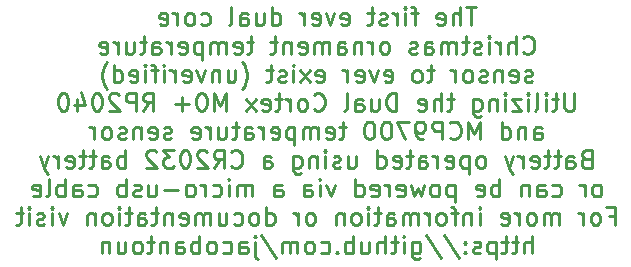
<source format=gbr>
%TF.GenerationSoftware,KiCad,Pcbnew,(6.0.8)*%
%TF.CreationDate,2022-12-11T00:01:36-05:00*%
%TF.ProjectId,Christmas Ornament 2022,43687269-7374-46d6-9173-204f726e616d,rev?*%
%TF.SameCoordinates,Original*%
%TF.FileFunction,Legend,Bot*%
%TF.FilePolarity,Positive*%
%FSLAX46Y46*%
G04 Gerber Fmt 4.6, Leading zero omitted, Abs format (unit mm)*
G04 Created by KiCad (PCBNEW (6.0.8)) date 2022-12-11 00:01:36*
%MOMM*%
%LPD*%
G01*
G04 APERTURE LIST*
%ADD10C,0.225000*%
G04 APERTURE END LIST*
D10*
X180100000Y-107218571D02*
X179242857Y-107218571D01*
X179671428Y-108718571D02*
X179671428Y-107218571D01*
X178742857Y-108718571D02*
X178742857Y-107218571D01*
X178100000Y-108718571D02*
X178100000Y-107932857D01*
X178171428Y-107790000D01*
X178314285Y-107718571D01*
X178528571Y-107718571D01*
X178671428Y-107790000D01*
X178742857Y-107861428D01*
X176814285Y-108647142D02*
X176957142Y-108718571D01*
X177242857Y-108718571D01*
X177385714Y-108647142D01*
X177457142Y-108504285D01*
X177457142Y-107932857D01*
X177385714Y-107790000D01*
X177242857Y-107718571D01*
X176957142Y-107718571D01*
X176814285Y-107790000D01*
X176742857Y-107932857D01*
X176742857Y-108075714D01*
X177457142Y-108218571D01*
X175171428Y-107718571D02*
X174600000Y-107718571D01*
X174957142Y-108718571D02*
X174957142Y-107432857D01*
X174885714Y-107290000D01*
X174742857Y-107218571D01*
X174600000Y-107218571D01*
X174100000Y-108718571D02*
X174100000Y-107718571D01*
X174100000Y-107218571D02*
X174171428Y-107290000D01*
X174100000Y-107361428D01*
X174028571Y-107290000D01*
X174100000Y-107218571D01*
X174100000Y-107361428D01*
X173385714Y-108718571D02*
X173385714Y-107718571D01*
X173385714Y-108004285D02*
X173314285Y-107861428D01*
X173242857Y-107790000D01*
X173100000Y-107718571D01*
X172957142Y-107718571D01*
X172528571Y-108647142D02*
X172385714Y-108718571D01*
X172100000Y-108718571D01*
X171957142Y-108647142D01*
X171885714Y-108504285D01*
X171885714Y-108432857D01*
X171957142Y-108290000D01*
X172100000Y-108218571D01*
X172314285Y-108218571D01*
X172457142Y-108147142D01*
X172528571Y-108004285D01*
X172528571Y-107932857D01*
X172457142Y-107790000D01*
X172314285Y-107718571D01*
X172100000Y-107718571D01*
X171957142Y-107790000D01*
X171457142Y-107718571D02*
X170885714Y-107718571D01*
X171242857Y-107218571D02*
X171242857Y-108504285D01*
X171171428Y-108647142D01*
X171028571Y-108718571D01*
X170885714Y-108718571D01*
X168671428Y-108647142D02*
X168814285Y-108718571D01*
X169100000Y-108718571D01*
X169242857Y-108647142D01*
X169314285Y-108504285D01*
X169314285Y-107932857D01*
X169242857Y-107790000D01*
X169100000Y-107718571D01*
X168814285Y-107718571D01*
X168671428Y-107790000D01*
X168600000Y-107932857D01*
X168600000Y-108075714D01*
X169314285Y-108218571D01*
X168100000Y-107718571D02*
X167742857Y-108718571D01*
X167385714Y-107718571D01*
X166242857Y-108647142D02*
X166385714Y-108718571D01*
X166671428Y-108718571D01*
X166814285Y-108647142D01*
X166885714Y-108504285D01*
X166885714Y-107932857D01*
X166814285Y-107790000D01*
X166671428Y-107718571D01*
X166385714Y-107718571D01*
X166242857Y-107790000D01*
X166171428Y-107932857D01*
X166171428Y-108075714D01*
X166885714Y-108218571D01*
X165528571Y-108718571D02*
X165528571Y-107718571D01*
X165528571Y-108004285D02*
X165457142Y-107861428D01*
X165385714Y-107790000D01*
X165242857Y-107718571D01*
X165100000Y-107718571D01*
X162814285Y-108718571D02*
X162814285Y-107218571D01*
X162814285Y-108647142D02*
X162957142Y-108718571D01*
X163242857Y-108718571D01*
X163385714Y-108647142D01*
X163457142Y-108575714D01*
X163528571Y-108432857D01*
X163528571Y-108004285D01*
X163457142Y-107861428D01*
X163385714Y-107790000D01*
X163242857Y-107718571D01*
X162957142Y-107718571D01*
X162814285Y-107790000D01*
X161457142Y-107718571D02*
X161457142Y-108718571D01*
X162100000Y-107718571D02*
X162100000Y-108504285D01*
X162028571Y-108647142D01*
X161885714Y-108718571D01*
X161671428Y-108718571D01*
X161528571Y-108647142D01*
X161457142Y-108575714D01*
X160100000Y-108718571D02*
X160100000Y-107932857D01*
X160171428Y-107790000D01*
X160314285Y-107718571D01*
X160600000Y-107718571D01*
X160742857Y-107790000D01*
X160100000Y-108647142D02*
X160242857Y-108718571D01*
X160600000Y-108718571D01*
X160742857Y-108647142D01*
X160814285Y-108504285D01*
X160814285Y-108361428D01*
X160742857Y-108218571D01*
X160600000Y-108147142D01*
X160242857Y-108147142D01*
X160100000Y-108075714D01*
X159171428Y-108718571D02*
X159314285Y-108647142D01*
X159385714Y-108504285D01*
X159385714Y-107218571D01*
X156814285Y-108647142D02*
X156957142Y-108718571D01*
X157242857Y-108718571D01*
X157385714Y-108647142D01*
X157457142Y-108575714D01*
X157528571Y-108432857D01*
X157528571Y-108004285D01*
X157457142Y-107861428D01*
X157385714Y-107790000D01*
X157242857Y-107718571D01*
X156957142Y-107718571D01*
X156814285Y-107790000D01*
X155957142Y-108718571D02*
X156100000Y-108647142D01*
X156171428Y-108575714D01*
X156242857Y-108432857D01*
X156242857Y-108004285D01*
X156171428Y-107861428D01*
X156100000Y-107790000D01*
X155957142Y-107718571D01*
X155742857Y-107718571D01*
X155600000Y-107790000D01*
X155528571Y-107861428D01*
X155457142Y-108004285D01*
X155457142Y-108432857D01*
X155528571Y-108575714D01*
X155600000Y-108647142D01*
X155742857Y-108718571D01*
X155957142Y-108718571D01*
X154814285Y-108718571D02*
X154814285Y-107718571D01*
X154814285Y-108004285D02*
X154742857Y-107861428D01*
X154671428Y-107790000D01*
X154528571Y-107718571D01*
X154385714Y-107718571D01*
X153314285Y-108647142D02*
X153457142Y-108718571D01*
X153742857Y-108718571D01*
X153885714Y-108647142D01*
X153957142Y-108504285D01*
X153957142Y-107932857D01*
X153885714Y-107790000D01*
X153742857Y-107718571D01*
X153457142Y-107718571D01*
X153314285Y-107790000D01*
X153242857Y-107932857D01*
X153242857Y-108075714D01*
X153957142Y-108218571D01*
X184100000Y-110990714D02*
X184171428Y-111062142D01*
X184385714Y-111133571D01*
X184528571Y-111133571D01*
X184742857Y-111062142D01*
X184885714Y-110919285D01*
X184957142Y-110776428D01*
X185028571Y-110490714D01*
X185028571Y-110276428D01*
X184957142Y-109990714D01*
X184885714Y-109847857D01*
X184742857Y-109705000D01*
X184528571Y-109633571D01*
X184385714Y-109633571D01*
X184171428Y-109705000D01*
X184100000Y-109776428D01*
X183457142Y-111133571D02*
X183457142Y-109633571D01*
X182814285Y-111133571D02*
X182814285Y-110347857D01*
X182885714Y-110205000D01*
X183028571Y-110133571D01*
X183242857Y-110133571D01*
X183385714Y-110205000D01*
X183457142Y-110276428D01*
X182100000Y-111133571D02*
X182100000Y-110133571D01*
X182100000Y-110419285D02*
X182028571Y-110276428D01*
X181957142Y-110205000D01*
X181814285Y-110133571D01*
X181671428Y-110133571D01*
X181171428Y-111133571D02*
X181171428Y-110133571D01*
X181171428Y-109633571D02*
X181242857Y-109705000D01*
X181171428Y-109776428D01*
X181100000Y-109705000D01*
X181171428Y-109633571D01*
X181171428Y-109776428D01*
X180528571Y-111062142D02*
X180385714Y-111133571D01*
X180100000Y-111133571D01*
X179957142Y-111062142D01*
X179885714Y-110919285D01*
X179885714Y-110847857D01*
X179957142Y-110705000D01*
X180100000Y-110633571D01*
X180314285Y-110633571D01*
X180457142Y-110562142D01*
X180528571Y-110419285D01*
X180528571Y-110347857D01*
X180457142Y-110205000D01*
X180314285Y-110133571D01*
X180100000Y-110133571D01*
X179957142Y-110205000D01*
X179457142Y-110133571D02*
X178885714Y-110133571D01*
X179242857Y-109633571D02*
X179242857Y-110919285D01*
X179171428Y-111062142D01*
X179028571Y-111133571D01*
X178885714Y-111133571D01*
X178385714Y-111133571D02*
X178385714Y-110133571D01*
X178385714Y-110276428D02*
X178314285Y-110205000D01*
X178171428Y-110133571D01*
X177957142Y-110133571D01*
X177814285Y-110205000D01*
X177742857Y-110347857D01*
X177742857Y-111133571D01*
X177742857Y-110347857D02*
X177671428Y-110205000D01*
X177528571Y-110133571D01*
X177314285Y-110133571D01*
X177171428Y-110205000D01*
X177100000Y-110347857D01*
X177100000Y-111133571D01*
X175742857Y-111133571D02*
X175742857Y-110347857D01*
X175814285Y-110205000D01*
X175957142Y-110133571D01*
X176242857Y-110133571D01*
X176385714Y-110205000D01*
X175742857Y-111062142D02*
X175885714Y-111133571D01*
X176242857Y-111133571D01*
X176385714Y-111062142D01*
X176457142Y-110919285D01*
X176457142Y-110776428D01*
X176385714Y-110633571D01*
X176242857Y-110562142D01*
X175885714Y-110562142D01*
X175742857Y-110490714D01*
X175100000Y-111062142D02*
X174957142Y-111133571D01*
X174671428Y-111133571D01*
X174528571Y-111062142D01*
X174457142Y-110919285D01*
X174457142Y-110847857D01*
X174528571Y-110705000D01*
X174671428Y-110633571D01*
X174885714Y-110633571D01*
X175028571Y-110562142D01*
X175100000Y-110419285D01*
X175100000Y-110347857D01*
X175028571Y-110205000D01*
X174885714Y-110133571D01*
X174671428Y-110133571D01*
X174528571Y-110205000D01*
X172457142Y-111133571D02*
X172600000Y-111062142D01*
X172671428Y-110990714D01*
X172742857Y-110847857D01*
X172742857Y-110419285D01*
X172671428Y-110276428D01*
X172600000Y-110205000D01*
X172457142Y-110133571D01*
X172242857Y-110133571D01*
X172100000Y-110205000D01*
X172028571Y-110276428D01*
X171957142Y-110419285D01*
X171957142Y-110847857D01*
X172028571Y-110990714D01*
X172100000Y-111062142D01*
X172242857Y-111133571D01*
X172457142Y-111133571D01*
X171314285Y-111133571D02*
X171314285Y-110133571D01*
X171314285Y-110419285D02*
X171242857Y-110276428D01*
X171171428Y-110205000D01*
X171028571Y-110133571D01*
X170885714Y-110133571D01*
X170385714Y-110133571D02*
X170385714Y-111133571D01*
X170385714Y-110276428D02*
X170314285Y-110205000D01*
X170171428Y-110133571D01*
X169957142Y-110133571D01*
X169814285Y-110205000D01*
X169742857Y-110347857D01*
X169742857Y-111133571D01*
X168385714Y-111133571D02*
X168385714Y-110347857D01*
X168457142Y-110205000D01*
X168600000Y-110133571D01*
X168885714Y-110133571D01*
X169028571Y-110205000D01*
X168385714Y-111062142D02*
X168528571Y-111133571D01*
X168885714Y-111133571D01*
X169028571Y-111062142D01*
X169100000Y-110919285D01*
X169100000Y-110776428D01*
X169028571Y-110633571D01*
X168885714Y-110562142D01*
X168528571Y-110562142D01*
X168385714Y-110490714D01*
X167671428Y-111133571D02*
X167671428Y-110133571D01*
X167671428Y-110276428D02*
X167600000Y-110205000D01*
X167457142Y-110133571D01*
X167242857Y-110133571D01*
X167100000Y-110205000D01*
X167028571Y-110347857D01*
X167028571Y-111133571D01*
X167028571Y-110347857D02*
X166957142Y-110205000D01*
X166814285Y-110133571D01*
X166600000Y-110133571D01*
X166457142Y-110205000D01*
X166385714Y-110347857D01*
X166385714Y-111133571D01*
X165100000Y-111062142D02*
X165242857Y-111133571D01*
X165528571Y-111133571D01*
X165671428Y-111062142D01*
X165742857Y-110919285D01*
X165742857Y-110347857D01*
X165671428Y-110205000D01*
X165528571Y-110133571D01*
X165242857Y-110133571D01*
X165100000Y-110205000D01*
X165028571Y-110347857D01*
X165028571Y-110490714D01*
X165742857Y-110633571D01*
X164385714Y-110133571D02*
X164385714Y-111133571D01*
X164385714Y-110276428D02*
X164314285Y-110205000D01*
X164171428Y-110133571D01*
X163957142Y-110133571D01*
X163814285Y-110205000D01*
X163742857Y-110347857D01*
X163742857Y-111133571D01*
X163242857Y-110133571D02*
X162671428Y-110133571D01*
X163028571Y-109633571D02*
X163028571Y-110919285D01*
X162957142Y-111062142D01*
X162814285Y-111133571D01*
X162671428Y-111133571D01*
X161242857Y-110133571D02*
X160671428Y-110133571D01*
X161028571Y-109633571D02*
X161028571Y-110919285D01*
X160957142Y-111062142D01*
X160814285Y-111133571D01*
X160671428Y-111133571D01*
X159600000Y-111062142D02*
X159742857Y-111133571D01*
X160028571Y-111133571D01*
X160171428Y-111062142D01*
X160242857Y-110919285D01*
X160242857Y-110347857D01*
X160171428Y-110205000D01*
X160028571Y-110133571D01*
X159742857Y-110133571D01*
X159600000Y-110205000D01*
X159528571Y-110347857D01*
X159528571Y-110490714D01*
X160242857Y-110633571D01*
X158885714Y-111133571D02*
X158885714Y-110133571D01*
X158885714Y-110276428D02*
X158814285Y-110205000D01*
X158671428Y-110133571D01*
X158457142Y-110133571D01*
X158314285Y-110205000D01*
X158242857Y-110347857D01*
X158242857Y-111133571D01*
X158242857Y-110347857D02*
X158171428Y-110205000D01*
X158028571Y-110133571D01*
X157814285Y-110133571D01*
X157671428Y-110205000D01*
X157600000Y-110347857D01*
X157600000Y-111133571D01*
X156885714Y-110133571D02*
X156885714Y-111633571D01*
X156885714Y-110205000D02*
X156742857Y-110133571D01*
X156457142Y-110133571D01*
X156314285Y-110205000D01*
X156242857Y-110276428D01*
X156171428Y-110419285D01*
X156171428Y-110847857D01*
X156242857Y-110990714D01*
X156314285Y-111062142D01*
X156457142Y-111133571D01*
X156742857Y-111133571D01*
X156885714Y-111062142D01*
X154957142Y-111062142D02*
X155100000Y-111133571D01*
X155385714Y-111133571D01*
X155528571Y-111062142D01*
X155600000Y-110919285D01*
X155600000Y-110347857D01*
X155528571Y-110205000D01*
X155385714Y-110133571D01*
X155100000Y-110133571D01*
X154957142Y-110205000D01*
X154885714Y-110347857D01*
X154885714Y-110490714D01*
X155600000Y-110633571D01*
X154242857Y-111133571D02*
X154242857Y-110133571D01*
X154242857Y-110419285D02*
X154171428Y-110276428D01*
X154100000Y-110205000D01*
X153957142Y-110133571D01*
X153814285Y-110133571D01*
X152671428Y-111133571D02*
X152671428Y-110347857D01*
X152742857Y-110205000D01*
X152885714Y-110133571D01*
X153171428Y-110133571D01*
X153314285Y-110205000D01*
X152671428Y-111062142D02*
X152814285Y-111133571D01*
X153171428Y-111133571D01*
X153314285Y-111062142D01*
X153385714Y-110919285D01*
X153385714Y-110776428D01*
X153314285Y-110633571D01*
X153171428Y-110562142D01*
X152814285Y-110562142D01*
X152671428Y-110490714D01*
X152171428Y-110133571D02*
X151600000Y-110133571D01*
X151957142Y-109633571D02*
X151957142Y-110919285D01*
X151885714Y-111062142D01*
X151742857Y-111133571D01*
X151600000Y-111133571D01*
X150457142Y-110133571D02*
X150457142Y-111133571D01*
X151100000Y-110133571D02*
X151100000Y-110919285D01*
X151028571Y-111062142D01*
X150885714Y-111133571D01*
X150671428Y-111133571D01*
X150528571Y-111062142D01*
X150457142Y-110990714D01*
X149742857Y-111133571D02*
X149742857Y-110133571D01*
X149742857Y-110419285D02*
X149671428Y-110276428D01*
X149600000Y-110205000D01*
X149457142Y-110133571D01*
X149314285Y-110133571D01*
X148242857Y-111062142D02*
X148385714Y-111133571D01*
X148671428Y-111133571D01*
X148814285Y-111062142D01*
X148885714Y-110919285D01*
X148885714Y-110347857D01*
X148814285Y-110205000D01*
X148671428Y-110133571D01*
X148385714Y-110133571D01*
X148242857Y-110205000D01*
X148171428Y-110347857D01*
X148171428Y-110490714D01*
X148885714Y-110633571D01*
X184850000Y-113477142D02*
X184707142Y-113548571D01*
X184421428Y-113548571D01*
X184278571Y-113477142D01*
X184207142Y-113334285D01*
X184207142Y-113262857D01*
X184278571Y-113120000D01*
X184421428Y-113048571D01*
X184635714Y-113048571D01*
X184778571Y-112977142D01*
X184850000Y-112834285D01*
X184850000Y-112762857D01*
X184778571Y-112620000D01*
X184635714Y-112548571D01*
X184421428Y-112548571D01*
X184278571Y-112620000D01*
X182992857Y-113477142D02*
X183135714Y-113548571D01*
X183421428Y-113548571D01*
X183564285Y-113477142D01*
X183635714Y-113334285D01*
X183635714Y-112762857D01*
X183564285Y-112620000D01*
X183421428Y-112548571D01*
X183135714Y-112548571D01*
X182992857Y-112620000D01*
X182921428Y-112762857D01*
X182921428Y-112905714D01*
X183635714Y-113048571D01*
X182278571Y-112548571D02*
X182278571Y-113548571D01*
X182278571Y-112691428D02*
X182207142Y-112620000D01*
X182064285Y-112548571D01*
X181850000Y-112548571D01*
X181707142Y-112620000D01*
X181635714Y-112762857D01*
X181635714Y-113548571D01*
X180992857Y-113477142D02*
X180850000Y-113548571D01*
X180564285Y-113548571D01*
X180421428Y-113477142D01*
X180350000Y-113334285D01*
X180350000Y-113262857D01*
X180421428Y-113120000D01*
X180564285Y-113048571D01*
X180778571Y-113048571D01*
X180921428Y-112977142D01*
X180992857Y-112834285D01*
X180992857Y-112762857D01*
X180921428Y-112620000D01*
X180778571Y-112548571D01*
X180564285Y-112548571D01*
X180421428Y-112620000D01*
X179492857Y-113548571D02*
X179635714Y-113477142D01*
X179707142Y-113405714D01*
X179778571Y-113262857D01*
X179778571Y-112834285D01*
X179707142Y-112691428D01*
X179635714Y-112620000D01*
X179492857Y-112548571D01*
X179278571Y-112548571D01*
X179135714Y-112620000D01*
X179064285Y-112691428D01*
X178992857Y-112834285D01*
X178992857Y-113262857D01*
X179064285Y-113405714D01*
X179135714Y-113477142D01*
X179278571Y-113548571D01*
X179492857Y-113548571D01*
X178350000Y-113548571D02*
X178350000Y-112548571D01*
X178350000Y-112834285D02*
X178278571Y-112691428D01*
X178207142Y-112620000D01*
X178064285Y-112548571D01*
X177921428Y-112548571D01*
X176492857Y-112548571D02*
X175921428Y-112548571D01*
X176278571Y-112048571D02*
X176278571Y-113334285D01*
X176207142Y-113477142D01*
X176064285Y-113548571D01*
X175921428Y-113548571D01*
X175207142Y-113548571D02*
X175350000Y-113477142D01*
X175421428Y-113405714D01*
X175492857Y-113262857D01*
X175492857Y-112834285D01*
X175421428Y-112691428D01*
X175350000Y-112620000D01*
X175207142Y-112548571D01*
X174992857Y-112548571D01*
X174850000Y-112620000D01*
X174778571Y-112691428D01*
X174707142Y-112834285D01*
X174707142Y-113262857D01*
X174778571Y-113405714D01*
X174850000Y-113477142D01*
X174992857Y-113548571D01*
X175207142Y-113548571D01*
X172350000Y-113477142D02*
X172492857Y-113548571D01*
X172778571Y-113548571D01*
X172921428Y-113477142D01*
X172992857Y-113334285D01*
X172992857Y-112762857D01*
X172921428Y-112620000D01*
X172778571Y-112548571D01*
X172492857Y-112548571D01*
X172350000Y-112620000D01*
X172278571Y-112762857D01*
X172278571Y-112905714D01*
X172992857Y-113048571D01*
X171778571Y-112548571D02*
X171421428Y-113548571D01*
X171064285Y-112548571D01*
X169921428Y-113477142D02*
X170064285Y-113548571D01*
X170350000Y-113548571D01*
X170492857Y-113477142D01*
X170564285Y-113334285D01*
X170564285Y-112762857D01*
X170492857Y-112620000D01*
X170350000Y-112548571D01*
X170064285Y-112548571D01*
X169921428Y-112620000D01*
X169850000Y-112762857D01*
X169850000Y-112905714D01*
X170564285Y-113048571D01*
X169207142Y-113548571D02*
X169207142Y-112548571D01*
X169207142Y-112834285D02*
X169135714Y-112691428D01*
X169064285Y-112620000D01*
X168921428Y-112548571D01*
X168778571Y-112548571D01*
X166564285Y-113477142D02*
X166707142Y-113548571D01*
X166992857Y-113548571D01*
X167135714Y-113477142D01*
X167207142Y-113334285D01*
X167207142Y-112762857D01*
X167135714Y-112620000D01*
X166992857Y-112548571D01*
X166707142Y-112548571D01*
X166564285Y-112620000D01*
X166492857Y-112762857D01*
X166492857Y-112905714D01*
X167207142Y-113048571D01*
X165992857Y-113548571D02*
X165207142Y-112548571D01*
X165992857Y-112548571D02*
X165207142Y-113548571D01*
X164635714Y-113548571D02*
X164635714Y-112548571D01*
X164635714Y-112048571D02*
X164707142Y-112120000D01*
X164635714Y-112191428D01*
X164564285Y-112120000D01*
X164635714Y-112048571D01*
X164635714Y-112191428D01*
X163992857Y-113477142D02*
X163850000Y-113548571D01*
X163564285Y-113548571D01*
X163421428Y-113477142D01*
X163350000Y-113334285D01*
X163350000Y-113262857D01*
X163421428Y-113120000D01*
X163564285Y-113048571D01*
X163778571Y-113048571D01*
X163921428Y-112977142D01*
X163992857Y-112834285D01*
X163992857Y-112762857D01*
X163921428Y-112620000D01*
X163778571Y-112548571D01*
X163564285Y-112548571D01*
X163421428Y-112620000D01*
X162921428Y-112548571D02*
X162350000Y-112548571D01*
X162707142Y-112048571D02*
X162707142Y-113334285D01*
X162635714Y-113477142D01*
X162492857Y-113548571D01*
X162350000Y-113548571D01*
X160278571Y-114120000D02*
X160350000Y-114048571D01*
X160492857Y-113834285D01*
X160564285Y-113691428D01*
X160635714Y-113477142D01*
X160707142Y-113120000D01*
X160707142Y-112834285D01*
X160635714Y-112477142D01*
X160564285Y-112262857D01*
X160492857Y-112120000D01*
X160350000Y-111905714D01*
X160278571Y-111834285D01*
X159064285Y-112548571D02*
X159064285Y-113548571D01*
X159707142Y-112548571D02*
X159707142Y-113334285D01*
X159635714Y-113477142D01*
X159492857Y-113548571D01*
X159278571Y-113548571D01*
X159135714Y-113477142D01*
X159064285Y-113405714D01*
X158350000Y-112548571D02*
X158350000Y-113548571D01*
X158350000Y-112691428D02*
X158278571Y-112620000D01*
X158135714Y-112548571D01*
X157921428Y-112548571D01*
X157778571Y-112620000D01*
X157707142Y-112762857D01*
X157707142Y-113548571D01*
X157135714Y-112548571D02*
X156778571Y-113548571D01*
X156421428Y-112548571D01*
X155278571Y-113477142D02*
X155421428Y-113548571D01*
X155707142Y-113548571D01*
X155850000Y-113477142D01*
X155921428Y-113334285D01*
X155921428Y-112762857D01*
X155850000Y-112620000D01*
X155707142Y-112548571D01*
X155421428Y-112548571D01*
X155278571Y-112620000D01*
X155207142Y-112762857D01*
X155207142Y-112905714D01*
X155921428Y-113048571D01*
X154564285Y-113548571D02*
X154564285Y-112548571D01*
X154564285Y-112834285D02*
X154492857Y-112691428D01*
X154421428Y-112620000D01*
X154278571Y-112548571D01*
X154135714Y-112548571D01*
X153635714Y-113548571D02*
X153635714Y-112548571D01*
X153635714Y-112048571D02*
X153707142Y-112120000D01*
X153635714Y-112191428D01*
X153564285Y-112120000D01*
X153635714Y-112048571D01*
X153635714Y-112191428D01*
X153135714Y-112548571D02*
X152564285Y-112548571D01*
X152921428Y-113548571D02*
X152921428Y-112262857D01*
X152850000Y-112120000D01*
X152707142Y-112048571D01*
X152564285Y-112048571D01*
X152064285Y-113548571D02*
X152064285Y-112548571D01*
X152064285Y-112048571D02*
X152135714Y-112120000D01*
X152064285Y-112191428D01*
X151992857Y-112120000D01*
X152064285Y-112048571D01*
X152064285Y-112191428D01*
X150778571Y-113477142D02*
X150921428Y-113548571D01*
X151207142Y-113548571D01*
X151350000Y-113477142D01*
X151421428Y-113334285D01*
X151421428Y-112762857D01*
X151350000Y-112620000D01*
X151207142Y-112548571D01*
X150921428Y-112548571D01*
X150778571Y-112620000D01*
X150707142Y-112762857D01*
X150707142Y-112905714D01*
X151421428Y-113048571D01*
X149421428Y-113548571D02*
X149421428Y-112048571D01*
X149421428Y-113477142D02*
X149564285Y-113548571D01*
X149850000Y-113548571D01*
X149992857Y-113477142D01*
X150064285Y-113405714D01*
X150135714Y-113262857D01*
X150135714Y-112834285D01*
X150064285Y-112691428D01*
X149992857Y-112620000D01*
X149850000Y-112548571D01*
X149564285Y-112548571D01*
X149421428Y-112620000D01*
X148850000Y-114120000D02*
X148778571Y-114048571D01*
X148635714Y-113834285D01*
X148564285Y-113691428D01*
X148492857Y-113477142D01*
X148421428Y-113120000D01*
X148421428Y-112834285D01*
X148492857Y-112477142D01*
X148564285Y-112262857D01*
X148635714Y-112120000D01*
X148778571Y-111905714D01*
X148850000Y-111834285D01*
X188421428Y-114463571D02*
X188421428Y-115677857D01*
X188350000Y-115820714D01*
X188278571Y-115892142D01*
X188135714Y-115963571D01*
X187850000Y-115963571D01*
X187707142Y-115892142D01*
X187635714Y-115820714D01*
X187564285Y-115677857D01*
X187564285Y-114463571D01*
X187064285Y-114963571D02*
X186492857Y-114963571D01*
X186850000Y-114463571D02*
X186850000Y-115749285D01*
X186778571Y-115892142D01*
X186635714Y-115963571D01*
X186492857Y-115963571D01*
X185992857Y-115963571D02*
X185992857Y-114963571D01*
X185992857Y-114463571D02*
X186064285Y-114535000D01*
X185992857Y-114606428D01*
X185921428Y-114535000D01*
X185992857Y-114463571D01*
X185992857Y-114606428D01*
X185064285Y-115963571D02*
X185207142Y-115892142D01*
X185278571Y-115749285D01*
X185278571Y-114463571D01*
X184492857Y-115963571D02*
X184492857Y-114963571D01*
X184492857Y-114463571D02*
X184564285Y-114535000D01*
X184492857Y-114606428D01*
X184421428Y-114535000D01*
X184492857Y-114463571D01*
X184492857Y-114606428D01*
X183921428Y-114963571D02*
X183135714Y-114963571D01*
X183921428Y-115963571D01*
X183135714Y-115963571D01*
X182564285Y-115963571D02*
X182564285Y-114963571D01*
X182564285Y-114463571D02*
X182635714Y-114535000D01*
X182564285Y-114606428D01*
X182492857Y-114535000D01*
X182564285Y-114463571D01*
X182564285Y-114606428D01*
X181850000Y-114963571D02*
X181850000Y-115963571D01*
X181850000Y-115106428D02*
X181778571Y-115035000D01*
X181635714Y-114963571D01*
X181421428Y-114963571D01*
X181278571Y-115035000D01*
X181207142Y-115177857D01*
X181207142Y-115963571D01*
X179850000Y-114963571D02*
X179850000Y-116177857D01*
X179921428Y-116320714D01*
X179992857Y-116392142D01*
X180135714Y-116463571D01*
X180350000Y-116463571D01*
X180492857Y-116392142D01*
X179850000Y-115892142D02*
X179992857Y-115963571D01*
X180278571Y-115963571D01*
X180421428Y-115892142D01*
X180492857Y-115820714D01*
X180564285Y-115677857D01*
X180564285Y-115249285D01*
X180492857Y-115106428D01*
X180421428Y-115035000D01*
X180278571Y-114963571D01*
X179992857Y-114963571D01*
X179850000Y-115035000D01*
X178207142Y-114963571D02*
X177635714Y-114963571D01*
X177992857Y-114463571D02*
X177992857Y-115749285D01*
X177921428Y-115892142D01*
X177778571Y-115963571D01*
X177635714Y-115963571D01*
X177135714Y-115963571D02*
X177135714Y-114463571D01*
X176492857Y-115963571D02*
X176492857Y-115177857D01*
X176564285Y-115035000D01*
X176707142Y-114963571D01*
X176921428Y-114963571D01*
X177064285Y-115035000D01*
X177135714Y-115106428D01*
X175207142Y-115892142D02*
X175350000Y-115963571D01*
X175635714Y-115963571D01*
X175778571Y-115892142D01*
X175850000Y-115749285D01*
X175850000Y-115177857D01*
X175778571Y-115035000D01*
X175635714Y-114963571D01*
X175350000Y-114963571D01*
X175207142Y-115035000D01*
X175135714Y-115177857D01*
X175135714Y-115320714D01*
X175850000Y-115463571D01*
X173350000Y-115963571D02*
X173350000Y-114463571D01*
X172992857Y-114463571D01*
X172778571Y-114535000D01*
X172635714Y-114677857D01*
X172564285Y-114820714D01*
X172492857Y-115106428D01*
X172492857Y-115320714D01*
X172564285Y-115606428D01*
X172635714Y-115749285D01*
X172778571Y-115892142D01*
X172992857Y-115963571D01*
X173350000Y-115963571D01*
X171207142Y-114963571D02*
X171207142Y-115963571D01*
X171850000Y-114963571D02*
X171850000Y-115749285D01*
X171778571Y-115892142D01*
X171635714Y-115963571D01*
X171421428Y-115963571D01*
X171278571Y-115892142D01*
X171207142Y-115820714D01*
X169850000Y-115963571D02*
X169850000Y-115177857D01*
X169921428Y-115035000D01*
X170064285Y-114963571D01*
X170350000Y-114963571D01*
X170492857Y-115035000D01*
X169850000Y-115892142D02*
X169992857Y-115963571D01*
X170350000Y-115963571D01*
X170492857Y-115892142D01*
X170564285Y-115749285D01*
X170564285Y-115606428D01*
X170492857Y-115463571D01*
X170350000Y-115392142D01*
X169992857Y-115392142D01*
X169850000Y-115320714D01*
X168921428Y-115963571D02*
X169064285Y-115892142D01*
X169135714Y-115749285D01*
X169135714Y-114463571D01*
X166350000Y-115820714D02*
X166421428Y-115892142D01*
X166635714Y-115963571D01*
X166778571Y-115963571D01*
X166992857Y-115892142D01*
X167135714Y-115749285D01*
X167207142Y-115606428D01*
X167278571Y-115320714D01*
X167278571Y-115106428D01*
X167207142Y-114820714D01*
X167135714Y-114677857D01*
X166992857Y-114535000D01*
X166778571Y-114463571D01*
X166635714Y-114463571D01*
X166421428Y-114535000D01*
X166350000Y-114606428D01*
X165492857Y-115963571D02*
X165635714Y-115892142D01*
X165707142Y-115820714D01*
X165778571Y-115677857D01*
X165778571Y-115249285D01*
X165707142Y-115106428D01*
X165635714Y-115035000D01*
X165492857Y-114963571D01*
X165278571Y-114963571D01*
X165135714Y-115035000D01*
X165064285Y-115106428D01*
X164992857Y-115249285D01*
X164992857Y-115677857D01*
X165064285Y-115820714D01*
X165135714Y-115892142D01*
X165278571Y-115963571D01*
X165492857Y-115963571D01*
X164350000Y-115963571D02*
X164350000Y-114963571D01*
X164350000Y-115249285D02*
X164278571Y-115106428D01*
X164207142Y-115035000D01*
X164064285Y-114963571D01*
X163921428Y-114963571D01*
X163635714Y-114963571D02*
X163064285Y-114963571D01*
X163421428Y-114463571D02*
X163421428Y-115749285D01*
X163350000Y-115892142D01*
X163207142Y-115963571D01*
X163064285Y-115963571D01*
X161992857Y-115892142D02*
X162135714Y-115963571D01*
X162421428Y-115963571D01*
X162564285Y-115892142D01*
X162635714Y-115749285D01*
X162635714Y-115177857D01*
X162564285Y-115035000D01*
X162421428Y-114963571D01*
X162135714Y-114963571D01*
X161992857Y-115035000D01*
X161921428Y-115177857D01*
X161921428Y-115320714D01*
X162635714Y-115463571D01*
X161421428Y-115963571D02*
X160635714Y-114963571D01*
X161421428Y-114963571D02*
X160635714Y-115963571D01*
X158921428Y-115963571D02*
X158921428Y-114463571D01*
X158421428Y-115535000D01*
X157921428Y-114463571D01*
X157921428Y-115963571D01*
X156921428Y-114463571D02*
X156778571Y-114463571D01*
X156635714Y-114535000D01*
X156564285Y-114606428D01*
X156492857Y-114749285D01*
X156421428Y-115035000D01*
X156421428Y-115392142D01*
X156492857Y-115677857D01*
X156564285Y-115820714D01*
X156635714Y-115892142D01*
X156778571Y-115963571D01*
X156921428Y-115963571D01*
X157064285Y-115892142D01*
X157135714Y-115820714D01*
X157207142Y-115677857D01*
X157278571Y-115392142D01*
X157278571Y-115035000D01*
X157207142Y-114749285D01*
X157135714Y-114606428D01*
X157064285Y-114535000D01*
X156921428Y-114463571D01*
X155778571Y-115392142D02*
X154635714Y-115392142D01*
X155207142Y-115963571D02*
X155207142Y-114820714D01*
X151921428Y-115963571D02*
X152421428Y-115249285D01*
X152778571Y-115963571D02*
X152778571Y-114463571D01*
X152207142Y-114463571D01*
X152064285Y-114535000D01*
X151992857Y-114606428D01*
X151921428Y-114749285D01*
X151921428Y-114963571D01*
X151992857Y-115106428D01*
X152064285Y-115177857D01*
X152207142Y-115249285D01*
X152778571Y-115249285D01*
X151278571Y-115963571D02*
X151278571Y-114463571D01*
X150707142Y-114463571D01*
X150564285Y-114535000D01*
X150492857Y-114606428D01*
X150421428Y-114749285D01*
X150421428Y-114963571D01*
X150492857Y-115106428D01*
X150564285Y-115177857D01*
X150707142Y-115249285D01*
X151278571Y-115249285D01*
X149849999Y-114606428D02*
X149778571Y-114535000D01*
X149635714Y-114463571D01*
X149278571Y-114463571D01*
X149135714Y-114535000D01*
X149064285Y-114606428D01*
X148992857Y-114749285D01*
X148992857Y-114892142D01*
X149064285Y-115106428D01*
X149921428Y-115963571D01*
X148992857Y-115963571D01*
X148064285Y-114463571D02*
X147921428Y-114463571D01*
X147778571Y-114535000D01*
X147707142Y-114606428D01*
X147635714Y-114749285D01*
X147564285Y-115035000D01*
X147564285Y-115392142D01*
X147635714Y-115677857D01*
X147707142Y-115820714D01*
X147778571Y-115892142D01*
X147921428Y-115963571D01*
X148064285Y-115963571D01*
X148207142Y-115892142D01*
X148278571Y-115820714D01*
X148349999Y-115677857D01*
X148421428Y-115392142D01*
X148421428Y-115035000D01*
X148349999Y-114749285D01*
X148278571Y-114606428D01*
X148207142Y-114535000D01*
X148064285Y-114463571D01*
X146278571Y-114963571D02*
X146278571Y-115963571D01*
X146635714Y-114392142D02*
X146992857Y-115463571D01*
X146064285Y-115463571D01*
X145207142Y-114463571D02*
X145064285Y-114463571D01*
X144921428Y-114535000D01*
X144849999Y-114606428D01*
X144778571Y-114749285D01*
X144707142Y-115035000D01*
X144707142Y-115392142D01*
X144778571Y-115677857D01*
X144849999Y-115820714D01*
X144921428Y-115892142D01*
X145064285Y-115963571D01*
X145207142Y-115963571D01*
X145349999Y-115892142D01*
X145421428Y-115820714D01*
X145492857Y-115677857D01*
X145564285Y-115392142D01*
X145564285Y-115035000D01*
X145492857Y-114749285D01*
X145421428Y-114606428D01*
X145349999Y-114535000D01*
X145207142Y-114463571D01*
X184992857Y-118378571D02*
X184992857Y-117592857D01*
X185064285Y-117450000D01*
X185207142Y-117378571D01*
X185492857Y-117378571D01*
X185635714Y-117450000D01*
X184992857Y-118307142D02*
X185135714Y-118378571D01*
X185492857Y-118378571D01*
X185635714Y-118307142D01*
X185707142Y-118164285D01*
X185707142Y-118021428D01*
X185635714Y-117878571D01*
X185492857Y-117807142D01*
X185135714Y-117807142D01*
X184992857Y-117735714D01*
X184278571Y-117378571D02*
X184278571Y-118378571D01*
X184278571Y-117521428D02*
X184207142Y-117450000D01*
X184064285Y-117378571D01*
X183850000Y-117378571D01*
X183707142Y-117450000D01*
X183635714Y-117592857D01*
X183635714Y-118378571D01*
X182278571Y-118378571D02*
X182278571Y-116878571D01*
X182278571Y-118307142D02*
X182421428Y-118378571D01*
X182707142Y-118378571D01*
X182850000Y-118307142D01*
X182921428Y-118235714D01*
X182992857Y-118092857D01*
X182992857Y-117664285D01*
X182921428Y-117521428D01*
X182850000Y-117450000D01*
X182707142Y-117378571D01*
X182421428Y-117378571D01*
X182278571Y-117450000D01*
X180421428Y-118378571D02*
X180421428Y-116878571D01*
X179921428Y-117950000D01*
X179421428Y-116878571D01*
X179421428Y-118378571D01*
X177850000Y-118235714D02*
X177921428Y-118307142D01*
X178135714Y-118378571D01*
X178278571Y-118378571D01*
X178492857Y-118307142D01*
X178635714Y-118164285D01*
X178707142Y-118021428D01*
X178778571Y-117735714D01*
X178778571Y-117521428D01*
X178707142Y-117235714D01*
X178635714Y-117092857D01*
X178492857Y-116950000D01*
X178278571Y-116878571D01*
X178135714Y-116878571D01*
X177921428Y-116950000D01*
X177850000Y-117021428D01*
X177207142Y-118378571D02*
X177207142Y-116878571D01*
X176635714Y-116878571D01*
X176492857Y-116950000D01*
X176421428Y-117021428D01*
X176350000Y-117164285D01*
X176350000Y-117378571D01*
X176421428Y-117521428D01*
X176492857Y-117592857D01*
X176635714Y-117664285D01*
X177207142Y-117664285D01*
X175635714Y-118378571D02*
X175350000Y-118378571D01*
X175207142Y-118307142D01*
X175135714Y-118235714D01*
X174992857Y-118021428D01*
X174921428Y-117735714D01*
X174921428Y-117164285D01*
X174992857Y-117021428D01*
X175064285Y-116950000D01*
X175207142Y-116878571D01*
X175492857Y-116878571D01*
X175635714Y-116950000D01*
X175707142Y-117021428D01*
X175778571Y-117164285D01*
X175778571Y-117521428D01*
X175707142Y-117664285D01*
X175635714Y-117735714D01*
X175492857Y-117807142D01*
X175207142Y-117807142D01*
X175064285Y-117735714D01*
X174992857Y-117664285D01*
X174921428Y-117521428D01*
X174421428Y-116878571D02*
X173421428Y-116878571D01*
X174064285Y-118378571D01*
X172564285Y-116878571D02*
X172421428Y-116878571D01*
X172278571Y-116950000D01*
X172207142Y-117021428D01*
X172135714Y-117164285D01*
X172064285Y-117450000D01*
X172064285Y-117807142D01*
X172135714Y-118092857D01*
X172207142Y-118235714D01*
X172278571Y-118307142D01*
X172421428Y-118378571D01*
X172564285Y-118378571D01*
X172707142Y-118307142D01*
X172778571Y-118235714D01*
X172850000Y-118092857D01*
X172921428Y-117807142D01*
X172921428Y-117450000D01*
X172850000Y-117164285D01*
X172778571Y-117021428D01*
X172707142Y-116950000D01*
X172564285Y-116878571D01*
X171135714Y-116878571D02*
X170992857Y-116878571D01*
X170850000Y-116950000D01*
X170778571Y-117021428D01*
X170707142Y-117164285D01*
X170635714Y-117450000D01*
X170635714Y-117807142D01*
X170707142Y-118092857D01*
X170778571Y-118235714D01*
X170850000Y-118307142D01*
X170992857Y-118378571D01*
X171135714Y-118378571D01*
X171278571Y-118307142D01*
X171350000Y-118235714D01*
X171421428Y-118092857D01*
X171492857Y-117807142D01*
X171492857Y-117450000D01*
X171421428Y-117164285D01*
X171350000Y-117021428D01*
X171278571Y-116950000D01*
X171135714Y-116878571D01*
X169064285Y-117378571D02*
X168492857Y-117378571D01*
X168850000Y-116878571D02*
X168850000Y-118164285D01*
X168778571Y-118307142D01*
X168635714Y-118378571D01*
X168492857Y-118378571D01*
X167421428Y-118307142D02*
X167564285Y-118378571D01*
X167850000Y-118378571D01*
X167992857Y-118307142D01*
X168064285Y-118164285D01*
X168064285Y-117592857D01*
X167992857Y-117450000D01*
X167850000Y-117378571D01*
X167564285Y-117378571D01*
X167421428Y-117450000D01*
X167350000Y-117592857D01*
X167350000Y-117735714D01*
X168064285Y-117878571D01*
X166707142Y-118378571D02*
X166707142Y-117378571D01*
X166707142Y-117521428D02*
X166635714Y-117450000D01*
X166492857Y-117378571D01*
X166278571Y-117378571D01*
X166135714Y-117450000D01*
X166064285Y-117592857D01*
X166064285Y-118378571D01*
X166064285Y-117592857D02*
X165992857Y-117450000D01*
X165850000Y-117378571D01*
X165635714Y-117378571D01*
X165492857Y-117450000D01*
X165421428Y-117592857D01*
X165421428Y-118378571D01*
X164707142Y-117378571D02*
X164707142Y-118878571D01*
X164707142Y-117450000D02*
X164564285Y-117378571D01*
X164278571Y-117378571D01*
X164135714Y-117450000D01*
X164064285Y-117521428D01*
X163992857Y-117664285D01*
X163992857Y-118092857D01*
X164064285Y-118235714D01*
X164135714Y-118307142D01*
X164278571Y-118378571D01*
X164564285Y-118378571D01*
X164707142Y-118307142D01*
X162778571Y-118307142D02*
X162921428Y-118378571D01*
X163207142Y-118378571D01*
X163350000Y-118307142D01*
X163421428Y-118164285D01*
X163421428Y-117592857D01*
X163350000Y-117450000D01*
X163207142Y-117378571D01*
X162921428Y-117378571D01*
X162778571Y-117450000D01*
X162707142Y-117592857D01*
X162707142Y-117735714D01*
X163421428Y-117878571D01*
X162064285Y-118378571D02*
X162064285Y-117378571D01*
X162064285Y-117664285D02*
X161992857Y-117521428D01*
X161921428Y-117450000D01*
X161778571Y-117378571D01*
X161635714Y-117378571D01*
X160492857Y-118378571D02*
X160492857Y-117592857D01*
X160564285Y-117450000D01*
X160707142Y-117378571D01*
X160992857Y-117378571D01*
X161135714Y-117450000D01*
X160492857Y-118307142D02*
X160635714Y-118378571D01*
X160992857Y-118378571D01*
X161135714Y-118307142D01*
X161207142Y-118164285D01*
X161207142Y-118021428D01*
X161135714Y-117878571D01*
X160992857Y-117807142D01*
X160635714Y-117807142D01*
X160492857Y-117735714D01*
X159992857Y-117378571D02*
X159421428Y-117378571D01*
X159778571Y-116878571D02*
X159778571Y-118164285D01*
X159707142Y-118307142D01*
X159564285Y-118378571D01*
X159421428Y-118378571D01*
X158278571Y-117378571D02*
X158278571Y-118378571D01*
X158921428Y-117378571D02*
X158921428Y-118164285D01*
X158850000Y-118307142D01*
X158707142Y-118378571D01*
X158492857Y-118378571D01*
X158350000Y-118307142D01*
X158278571Y-118235714D01*
X157564285Y-118378571D02*
X157564285Y-117378571D01*
X157564285Y-117664285D02*
X157492857Y-117521428D01*
X157421428Y-117450000D01*
X157278571Y-117378571D01*
X157135714Y-117378571D01*
X156064285Y-118307142D02*
X156207142Y-118378571D01*
X156492857Y-118378571D01*
X156635714Y-118307142D01*
X156707142Y-118164285D01*
X156707142Y-117592857D01*
X156635714Y-117450000D01*
X156492857Y-117378571D01*
X156207142Y-117378571D01*
X156064285Y-117450000D01*
X155992857Y-117592857D01*
X155992857Y-117735714D01*
X156707142Y-117878571D01*
X154278571Y-118307142D02*
X154135714Y-118378571D01*
X153850000Y-118378571D01*
X153707142Y-118307142D01*
X153635714Y-118164285D01*
X153635714Y-118092857D01*
X153707142Y-117950000D01*
X153850000Y-117878571D01*
X154064285Y-117878571D01*
X154207142Y-117807142D01*
X154278571Y-117664285D01*
X154278571Y-117592857D01*
X154207142Y-117450000D01*
X154064285Y-117378571D01*
X153850000Y-117378571D01*
X153707142Y-117450000D01*
X152421428Y-118307142D02*
X152564285Y-118378571D01*
X152850000Y-118378571D01*
X152992857Y-118307142D01*
X153064285Y-118164285D01*
X153064285Y-117592857D01*
X152992857Y-117450000D01*
X152850000Y-117378571D01*
X152564285Y-117378571D01*
X152421428Y-117450000D01*
X152350000Y-117592857D01*
X152350000Y-117735714D01*
X153064285Y-117878571D01*
X151707142Y-117378571D02*
X151707142Y-118378571D01*
X151707142Y-117521428D02*
X151635714Y-117450000D01*
X151492857Y-117378571D01*
X151278571Y-117378571D01*
X151135714Y-117450000D01*
X151064285Y-117592857D01*
X151064285Y-118378571D01*
X150421428Y-118307142D02*
X150278571Y-118378571D01*
X149992857Y-118378571D01*
X149850000Y-118307142D01*
X149778571Y-118164285D01*
X149778571Y-118092857D01*
X149850000Y-117950000D01*
X149992857Y-117878571D01*
X150207142Y-117878571D01*
X150350000Y-117807142D01*
X150421428Y-117664285D01*
X150421428Y-117592857D01*
X150350000Y-117450000D01*
X150207142Y-117378571D01*
X149992857Y-117378571D01*
X149850000Y-117450000D01*
X148921428Y-118378571D02*
X149064285Y-118307142D01*
X149135714Y-118235714D01*
X149207142Y-118092857D01*
X149207142Y-117664285D01*
X149135714Y-117521428D01*
X149064285Y-117450000D01*
X148921428Y-117378571D01*
X148707142Y-117378571D01*
X148564285Y-117450000D01*
X148492857Y-117521428D01*
X148421428Y-117664285D01*
X148421428Y-118092857D01*
X148492857Y-118235714D01*
X148564285Y-118307142D01*
X148707142Y-118378571D01*
X148921428Y-118378571D01*
X147778571Y-118378571D02*
X147778571Y-117378571D01*
X147778571Y-117664285D02*
X147707142Y-117521428D01*
X147635714Y-117450000D01*
X147492857Y-117378571D01*
X147350000Y-117378571D01*
X189385714Y-120007857D02*
X189171428Y-120079285D01*
X189100000Y-120150714D01*
X189028571Y-120293571D01*
X189028571Y-120507857D01*
X189100000Y-120650714D01*
X189171428Y-120722142D01*
X189314285Y-120793571D01*
X189885714Y-120793571D01*
X189885714Y-119293571D01*
X189385714Y-119293571D01*
X189242857Y-119365000D01*
X189171428Y-119436428D01*
X189100000Y-119579285D01*
X189100000Y-119722142D01*
X189171428Y-119865000D01*
X189242857Y-119936428D01*
X189385714Y-120007857D01*
X189885714Y-120007857D01*
X187742857Y-120793571D02*
X187742857Y-120007857D01*
X187814285Y-119865000D01*
X187957142Y-119793571D01*
X188242857Y-119793571D01*
X188385714Y-119865000D01*
X187742857Y-120722142D02*
X187885714Y-120793571D01*
X188242857Y-120793571D01*
X188385714Y-120722142D01*
X188457142Y-120579285D01*
X188457142Y-120436428D01*
X188385714Y-120293571D01*
X188242857Y-120222142D01*
X187885714Y-120222142D01*
X187742857Y-120150714D01*
X187242857Y-119793571D02*
X186671428Y-119793571D01*
X187028571Y-119293571D02*
X187028571Y-120579285D01*
X186957142Y-120722142D01*
X186814285Y-120793571D01*
X186671428Y-120793571D01*
X186385714Y-119793571D02*
X185814285Y-119793571D01*
X186171428Y-119293571D02*
X186171428Y-120579285D01*
X186100000Y-120722142D01*
X185957142Y-120793571D01*
X185814285Y-120793571D01*
X184742857Y-120722142D02*
X184885714Y-120793571D01*
X185171428Y-120793571D01*
X185314285Y-120722142D01*
X185385714Y-120579285D01*
X185385714Y-120007857D01*
X185314285Y-119865000D01*
X185171428Y-119793571D01*
X184885714Y-119793571D01*
X184742857Y-119865000D01*
X184671428Y-120007857D01*
X184671428Y-120150714D01*
X185385714Y-120293571D01*
X184028571Y-120793571D02*
X184028571Y-119793571D01*
X184028571Y-120079285D02*
X183957142Y-119936428D01*
X183885714Y-119865000D01*
X183742857Y-119793571D01*
X183600000Y-119793571D01*
X183242857Y-119793571D02*
X182885714Y-120793571D01*
X182528571Y-119793571D02*
X182885714Y-120793571D01*
X183028571Y-121150714D01*
X183100000Y-121222142D01*
X183242857Y-121293571D01*
X180600000Y-120793571D02*
X180742857Y-120722142D01*
X180814285Y-120650714D01*
X180885714Y-120507857D01*
X180885714Y-120079285D01*
X180814285Y-119936428D01*
X180742857Y-119865000D01*
X180600000Y-119793571D01*
X180385714Y-119793571D01*
X180242857Y-119865000D01*
X180171428Y-119936428D01*
X180100000Y-120079285D01*
X180100000Y-120507857D01*
X180171428Y-120650714D01*
X180242857Y-120722142D01*
X180385714Y-120793571D01*
X180600000Y-120793571D01*
X179457142Y-119793571D02*
X179457142Y-121293571D01*
X179457142Y-119865000D02*
X179314285Y-119793571D01*
X179028571Y-119793571D01*
X178885714Y-119865000D01*
X178814285Y-119936428D01*
X178742857Y-120079285D01*
X178742857Y-120507857D01*
X178814285Y-120650714D01*
X178885714Y-120722142D01*
X179028571Y-120793571D01*
X179314285Y-120793571D01*
X179457142Y-120722142D01*
X177528571Y-120722142D02*
X177671428Y-120793571D01*
X177957142Y-120793571D01*
X178100000Y-120722142D01*
X178171428Y-120579285D01*
X178171428Y-120007857D01*
X178100000Y-119865000D01*
X177957142Y-119793571D01*
X177671428Y-119793571D01*
X177528571Y-119865000D01*
X177457142Y-120007857D01*
X177457142Y-120150714D01*
X178171428Y-120293571D01*
X176814285Y-120793571D02*
X176814285Y-119793571D01*
X176814285Y-120079285D02*
X176742857Y-119936428D01*
X176671428Y-119865000D01*
X176528571Y-119793571D01*
X176385714Y-119793571D01*
X175242857Y-120793571D02*
X175242857Y-120007857D01*
X175314285Y-119865000D01*
X175457142Y-119793571D01*
X175742857Y-119793571D01*
X175885714Y-119865000D01*
X175242857Y-120722142D02*
X175385714Y-120793571D01*
X175742857Y-120793571D01*
X175885714Y-120722142D01*
X175957142Y-120579285D01*
X175957142Y-120436428D01*
X175885714Y-120293571D01*
X175742857Y-120222142D01*
X175385714Y-120222142D01*
X175242857Y-120150714D01*
X174742857Y-119793571D02*
X174171428Y-119793571D01*
X174528571Y-119293571D02*
X174528571Y-120579285D01*
X174457142Y-120722142D01*
X174314285Y-120793571D01*
X174171428Y-120793571D01*
X173100000Y-120722142D02*
X173242857Y-120793571D01*
X173528571Y-120793571D01*
X173671428Y-120722142D01*
X173742857Y-120579285D01*
X173742857Y-120007857D01*
X173671428Y-119865000D01*
X173528571Y-119793571D01*
X173242857Y-119793571D01*
X173100000Y-119865000D01*
X173028571Y-120007857D01*
X173028571Y-120150714D01*
X173742857Y-120293571D01*
X171742857Y-120793571D02*
X171742857Y-119293571D01*
X171742857Y-120722142D02*
X171885714Y-120793571D01*
X172171428Y-120793571D01*
X172314285Y-120722142D01*
X172385714Y-120650714D01*
X172457142Y-120507857D01*
X172457142Y-120079285D01*
X172385714Y-119936428D01*
X172314285Y-119865000D01*
X172171428Y-119793571D01*
X171885714Y-119793571D01*
X171742857Y-119865000D01*
X169242857Y-119793571D02*
X169242857Y-120793571D01*
X169885714Y-119793571D02*
X169885714Y-120579285D01*
X169814285Y-120722142D01*
X169671428Y-120793571D01*
X169457142Y-120793571D01*
X169314285Y-120722142D01*
X169242857Y-120650714D01*
X168600000Y-120722142D02*
X168457142Y-120793571D01*
X168171428Y-120793571D01*
X168028571Y-120722142D01*
X167957142Y-120579285D01*
X167957142Y-120507857D01*
X168028571Y-120365000D01*
X168171428Y-120293571D01*
X168385714Y-120293571D01*
X168528571Y-120222142D01*
X168600000Y-120079285D01*
X168600000Y-120007857D01*
X168528571Y-119865000D01*
X168385714Y-119793571D01*
X168171428Y-119793571D01*
X168028571Y-119865000D01*
X167314285Y-120793571D02*
X167314285Y-119793571D01*
X167314285Y-119293571D02*
X167385714Y-119365000D01*
X167314285Y-119436428D01*
X167242857Y-119365000D01*
X167314285Y-119293571D01*
X167314285Y-119436428D01*
X166600000Y-119793571D02*
X166600000Y-120793571D01*
X166600000Y-119936428D02*
X166528571Y-119865000D01*
X166385714Y-119793571D01*
X166171428Y-119793571D01*
X166028571Y-119865000D01*
X165957142Y-120007857D01*
X165957142Y-120793571D01*
X164600000Y-119793571D02*
X164600000Y-121007857D01*
X164671428Y-121150714D01*
X164742857Y-121222142D01*
X164885714Y-121293571D01*
X165100000Y-121293571D01*
X165242857Y-121222142D01*
X164600000Y-120722142D02*
X164742857Y-120793571D01*
X165028571Y-120793571D01*
X165171428Y-120722142D01*
X165242857Y-120650714D01*
X165314285Y-120507857D01*
X165314285Y-120079285D01*
X165242857Y-119936428D01*
X165171428Y-119865000D01*
X165028571Y-119793571D01*
X164742857Y-119793571D01*
X164600000Y-119865000D01*
X162100000Y-120793571D02*
X162100000Y-120007857D01*
X162171428Y-119865000D01*
X162314285Y-119793571D01*
X162600000Y-119793571D01*
X162742857Y-119865000D01*
X162100000Y-120722142D02*
X162242857Y-120793571D01*
X162600000Y-120793571D01*
X162742857Y-120722142D01*
X162814285Y-120579285D01*
X162814285Y-120436428D01*
X162742857Y-120293571D01*
X162600000Y-120222142D01*
X162242857Y-120222142D01*
X162100000Y-120150714D01*
X159385714Y-120650714D02*
X159457142Y-120722142D01*
X159671428Y-120793571D01*
X159814285Y-120793571D01*
X160028571Y-120722142D01*
X160171428Y-120579285D01*
X160242857Y-120436428D01*
X160314285Y-120150714D01*
X160314285Y-119936428D01*
X160242857Y-119650714D01*
X160171428Y-119507857D01*
X160028571Y-119365000D01*
X159814285Y-119293571D01*
X159671428Y-119293571D01*
X159457142Y-119365000D01*
X159385714Y-119436428D01*
X157885714Y-120793571D02*
X158385714Y-120079285D01*
X158742857Y-120793571D02*
X158742857Y-119293571D01*
X158171428Y-119293571D01*
X158028571Y-119365000D01*
X157957142Y-119436428D01*
X157885714Y-119579285D01*
X157885714Y-119793571D01*
X157957142Y-119936428D01*
X158028571Y-120007857D01*
X158171428Y-120079285D01*
X158742857Y-120079285D01*
X157314285Y-119436428D02*
X157242857Y-119365000D01*
X157100000Y-119293571D01*
X156742857Y-119293571D01*
X156600000Y-119365000D01*
X156528571Y-119436428D01*
X156457142Y-119579285D01*
X156457142Y-119722142D01*
X156528571Y-119936428D01*
X157385714Y-120793571D01*
X156457142Y-120793571D01*
X155528571Y-119293571D02*
X155385714Y-119293571D01*
X155242857Y-119365000D01*
X155171428Y-119436428D01*
X155100000Y-119579285D01*
X155028571Y-119865000D01*
X155028571Y-120222142D01*
X155100000Y-120507857D01*
X155171428Y-120650714D01*
X155242857Y-120722142D01*
X155385714Y-120793571D01*
X155528571Y-120793571D01*
X155671428Y-120722142D01*
X155742857Y-120650714D01*
X155814285Y-120507857D01*
X155885714Y-120222142D01*
X155885714Y-119865000D01*
X155814285Y-119579285D01*
X155742857Y-119436428D01*
X155671428Y-119365000D01*
X155528571Y-119293571D01*
X154528571Y-119293571D02*
X153600000Y-119293571D01*
X154100000Y-119865000D01*
X153885714Y-119865000D01*
X153742857Y-119936428D01*
X153671428Y-120007857D01*
X153600000Y-120150714D01*
X153600000Y-120507857D01*
X153671428Y-120650714D01*
X153742857Y-120722142D01*
X153885714Y-120793571D01*
X154314285Y-120793571D01*
X154457142Y-120722142D01*
X154528571Y-120650714D01*
X153028571Y-119436428D02*
X152957142Y-119365000D01*
X152814285Y-119293571D01*
X152457142Y-119293571D01*
X152314285Y-119365000D01*
X152242857Y-119436428D01*
X152171428Y-119579285D01*
X152171428Y-119722142D01*
X152242857Y-119936428D01*
X153100000Y-120793571D01*
X152171428Y-120793571D01*
X150385714Y-120793571D02*
X150385714Y-119293571D01*
X150385714Y-119865000D02*
X150242857Y-119793571D01*
X149957142Y-119793571D01*
X149814285Y-119865000D01*
X149742857Y-119936428D01*
X149671428Y-120079285D01*
X149671428Y-120507857D01*
X149742857Y-120650714D01*
X149814285Y-120722142D01*
X149957142Y-120793571D01*
X150242857Y-120793571D01*
X150385714Y-120722142D01*
X148385714Y-120793571D02*
X148385714Y-120007857D01*
X148457142Y-119865000D01*
X148600000Y-119793571D01*
X148885714Y-119793571D01*
X149028571Y-119865000D01*
X148385714Y-120722142D02*
X148528571Y-120793571D01*
X148885714Y-120793571D01*
X149028571Y-120722142D01*
X149100000Y-120579285D01*
X149100000Y-120436428D01*
X149028571Y-120293571D01*
X148885714Y-120222142D01*
X148528571Y-120222142D01*
X148385714Y-120150714D01*
X147885714Y-119793571D02*
X147314285Y-119793571D01*
X147671428Y-119293571D02*
X147671428Y-120579285D01*
X147600000Y-120722142D01*
X147457142Y-120793571D01*
X147314285Y-120793571D01*
X147028571Y-119793571D02*
X146457142Y-119793571D01*
X146814285Y-119293571D02*
X146814285Y-120579285D01*
X146742857Y-120722142D01*
X146600000Y-120793571D01*
X146457142Y-120793571D01*
X145385714Y-120722142D02*
X145528571Y-120793571D01*
X145814285Y-120793571D01*
X145957142Y-120722142D01*
X146028571Y-120579285D01*
X146028571Y-120007857D01*
X145957142Y-119865000D01*
X145814285Y-119793571D01*
X145528571Y-119793571D01*
X145385714Y-119865000D01*
X145314285Y-120007857D01*
X145314285Y-120150714D01*
X146028571Y-120293571D01*
X144671428Y-120793571D02*
X144671428Y-119793571D01*
X144671428Y-120079285D02*
X144600000Y-119936428D01*
X144528571Y-119865000D01*
X144385714Y-119793571D01*
X144242857Y-119793571D01*
X143885714Y-119793571D02*
X143528571Y-120793571D01*
X143171428Y-119793571D02*
X143528571Y-120793571D01*
X143671428Y-121150714D01*
X143742857Y-121222142D01*
X143885714Y-121293571D01*
X190421428Y-123208571D02*
X190564285Y-123137142D01*
X190635714Y-123065714D01*
X190707142Y-122922857D01*
X190707142Y-122494285D01*
X190635714Y-122351428D01*
X190564285Y-122280000D01*
X190421428Y-122208571D01*
X190207142Y-122208571D01*
X190064285Y-122280000D01*
X189992857Y-122351428D01*
X189921428Y-122494285D01*
X189921428Y-122922857D01*
X189992857Y-123065714D01*
X190064285Y-123137142D01*
X190207142Y-123208571D01*
X190421428Y-123208571D01*
X189278571Y-123208571D02*
X189278571Y-122208571D01*
X189278571Y-122494285D02*
X189207142Y-122351428D01*
X189135714Y-122280000D01*
X188992857Y-122208571D01*
X188850000Y-122208571D01*
X186564285Y-123137142D02*
X186707142Y-123208571D01*
X186992857Y-123208571D01*
X187135714Y-123137142D01*
X187207142Y-123065714D01*
X187278571Y-122922857D01*
X187278571Y-122494285D01*
X187207142Y-122351428D01*
X187135714Y-122280000D01*
X186992857Y-122208571D01*
X186707142Y-122208571D01*
X186564285Y-122280000D01*
X185278571Y-123208571D02*
X185278571Y-122422857D01*
X185350000Y-122280000D01*
X185492857Y-122208571D01*
X185778571Y-122208571D01*
X185921428Y-122280000D01*
X185278571Y-123137142D02*
X185421428Y-123208571D01*
X185778571Y-123208571D01*
X185921428Y-123137142D01*
X185992857Y-122994285D01*
X185992857Y-122851428D01*
X185921428Y-122708571D01*
X185778571Y-122637142D01*
X185421428Y-122637142D01*
X185278571Y-122565714D01*
X184564285Y-122208571D02*
X184564285Y-123208571D01*
X184564285Y-122351428D02*
X184492857Y-122280000D01*
X184350000Y-122208571D01*
X184135714Y-122208571D01*
X183992857Y-122280000D01*
X183921428Y-122422857D01*
X183921428Y-123208571D01*
X182064285Y-123208571D02*
X182064285Y-121708571D01*
X182064285Y-122280000D02*
X181921428Y-122208571D01*
X181635714Y-122208571D01*
X181492857Y-122280000D01*
X181421428Y-122351428D01*
X181350000Y-122494285D01*
X181350000Y-122922857D01*
X181421428Y-123065714D01*
X181492857Y-123137142D01*
X181635714Y-123208571D01*
X181921428Y-123208571D01*
X182064285Y-123137142D01*
X180135714Y-123137142D02*
X180278571Y-123208571D01*
X180564285Y-123208571D01*
X180707142Y-123137142D01*
X180778571Y-122994285D01*
X180778571Y-122422857D01*
X180707142Y-122280000D01*
X180564285Y-122208571D01*
X180278571Y-122208571D01*
X180135714Y-122280000D01*
X180064285Y-122422857D01*
X180064285Y-122565714D01*
X180778571Y-122708571D01*
X178278571Y-122208571D02*
X178278571Y-123708571D01*
X178278571Y-122280000D02*
X178135714Y-122208571D01*
X177850000Y-122208571D01*
X177707142Y-122280000D01*
X177635714Y-122351428D01*
X177564285Y-122494285D01*
X177564285Y-122922857D01*
X177635714Y-123065714D01*
X177707142Y-123137142D01*
X177850000Y-123208571D01*
X178135714Y-123208571D01*
X178278571Y-123137142D01*
X176707142Y-123208571D02*
X176850000Y-123137142D01*
X176921428Y-123065714D01*
X176992857Y-122922857D01*
X176992857Y-122494285D01*
X176921428Y-122351428D01*
X176850000Y-122280000D01*
X176707142Y-122208571D01*
X176492857Y-122208571D01*
X176350000Y-122280000D01*
X176278571Y-122351428D01*
X176207142Y-122494285D01*
X176207142Y-122922857D01*
X176278571Y-123065714D01*
X176350000Y-123137142D01*
X176492857Y-123208571D01*
X176707142Y-123208571D01*
X175707142Y-122208571D02*
X175421428Y-123208571D01*
X175135714Y-122494285D01*
X174850000Y-123208571D01*
X174564285Y-122208571D01*
X173421428Y-123137142D02*
X173564285Y-123208571D01*
X173850000Y-123208571D01*
X173992857Y-123137142D01*
X174064285Y-122994285D01*
X174064285Y-122422857D01*
X173992857Y-122280000D01*
X173850000Y-122208571D01*
X173564285Y-122208571D01*
X173421428Y-122280000D01*
X173350000Y-122422857D01*
X173350000Y-122565714D01*
X174064285Y-122708571D01*
X172707142Y-123208571D02*
X172707142Y-122208571D01*
X172707142Y-122494285D02*
X172635714Y-122351428D01*
X172564285Y-122280000D01*
X172421428Y-122208571D01*
X172278571Y-122208571D01*
X171207142Y-123137142D02*
X171350000Y-123208571D01*
X171635714Y-123208571D01*
X171778571Y-123137142D01*
X171850000Y-122994285D01*
X171850000Y-122422857D01*
X171778571Y-122280000D01*
X171635714Y-122208571D01*
X171350000Y-122208571D01*
X171207142Y-122280000D01*
X171135714Y-122422857D01*
X171135714Y-122565714D01*
X171850000Y-122708571D01*
X169850000Y-123208571D02*
X169850000Y-121708571D01*
X169850000Y-123137142D02*
X169992857Y-123208571D01*
X170278571Y-123208571D01*
X170421428Y-123137142D01*
X170492857Y-123065714D01*
X170564285Y-122922857D01*
X170564285Y-122494285D01*
X170492857Y-122351428D01*
X170421428Y-122280000D01*
X170278571Y-122208571D01*
X169992857Y-122208571D01*
X169850000Y-122280000D01*
X168135714Y-122208571D02*
X167778571Y-123208571D01*
X167421428Y-122208571D01*
X166850000Y-123208571D02*
X166850000Y-122208571D01*
X166850000Y-121708571D02*
X166921428Y-121780000D01*
X166850000Y-121851428D01*
X166778571Y-121780000D01*
X166850000Y-121708571D01*
X166850000Y-121851428D01*
X165492857Y-123208571D02*
X165492857Y-122422857D01*
X165564285Y-122280000D01*
X165707142Y-122208571D01*
X165992857Y-122208571D01*
X166135714Y-122280000D01*
X165492857Y-123137142D02*
X165635714Y-123208571D01*
X165992857Y-123208571D01*
X166135714Y-123137142D01*
X166207142Y-122994285D01*
X166207142Y-122851428D01*
X166135714Y-122708571D01*
X165992857Y-122637142D01*
X165635714Y-122637142D01*
X165492857Y-122565714D01*
X162992857Y-123208571D02*
X162992857Y-122422857D01*
X163064285Y-122280000D01*
X163207142Y-122208571D01*
X163492857Y-122208571D01*
X163635714Y-122280000D01*
X162992857Y-123137142D02*
X163135714Y-123208571D01*
X163492857Y-123208571D01*
X163635714Y-123137142D01*
X163707142Y-122994285D01*
X163707142Y-122851428D01*
X163635714Y-122708571D01*
X163492857Y-122637142D01*
X163135714Y-122637142D01*
X162992857Y-122565714D01*
X161135714Y-123208571D02*
X161135714Y-122208571D01*
X161135714Y-122351428D02*
X161064285Y-122280000D01*
X160921428Y-122208571D01*
X160707142Y-122208571D01*
X160564285Y-122280000D01*
X160492857Y-122422857D01*
X160492857Y-123208571D01*
X160492857Y-122422857D02*
X160421428Y-122280000D01*
X160278571Y-122208571D01*
X160064285Y-122208571D01*
X159921428Y-122280000D01*
X159850000Y-122422857D01*
X159850000Y-123208571D01*
X159135714Y-123208571D02*
X159135714Y-122208571D01*
X159135714Y-121708571D02*
X159207142Y-121780000D01*
X159135714Y-121851428D01*
X159064285Y-121780000D01*
X159135714Y-121708571D01*
X159135714Y-121851428D01*
X157778571Y-123137142D02*
X157921428Y-123208571D01*
X158207142Y-123208571D01*
X158350000Y-123137142D01*
X158421428Y-123065714D01*
X158492857Y-122922857D01*
X158492857Y-122494285D01*
X158421428Y-122351428D01*
X158350000Y-122280000D01*
X158207142Y-122208571D01*
X157921428Y-122208571D01*
X157778571Y-122280000D01*
X157135714Y-123208571D02*
X157135714Y-122208571D01*
X157135714Y-122494285D02*
X157064285Y-122351428D01*
X156992857Y-122280000D01*
X156850000Y-122208571D01*
X156707142Y-122208571D01*
X155992857Y-123208571D02*
X156135714Y-123137142D01*
X156207142Y-123065714D01*
X156278571Y-122922857D01*
X156278571Y-122494285D01*
X156207142Y-122351428D01*
X156135714Y-122280000D01*
X155992857Y-122208571D01*
X155778571Y-122208571D01*
X155635714Y-122280000D01*
X155564285Y-122351428D01*
X155492857Y-122494285D01*
X155492857Y-122922857D01*
X155564285Y-123065714D01*
X155635714Y-123137142D01*
X155778571Y-123208571D01*
X155992857Y-123208571D01*
X154850000Y-122637142D02*
X153707142Y-122637142D01*
X152350000Y-122208571D02*
X152350000Y-123208571D01*
X152992857Y-122208571D02*
X152992857Y-122994285D01*
X152921428Y-123137142D01*
X152778571Y-123208571D01*
X152564285Y-123208571D01*
X152421428Y-123137142D01*
X152350000Y-123065714D01*
X151707142Y-123137142D02*
X151564285Y-123208571D01*
X151278571Y-123208571D01*
X151135714Y-123137142D01*
X151064285Y-122994285D01*
X151064285Y-122922857D01*
X151135714Y-122780000D01*
X151278571Y-122708571D01*
X151492857Y-122708571D01*
X151635714Y-122637142D01*
X151707142Y-122494285D01*
X151707142Y-122422857D01*
X151635714Y-122280000D01*
X151492857Y-122208571D01*
X151278571Y-122208571D01*
X151135714Y-122280000D01*
X150421428Y-123208571D02*
X150421428Y-121708571D01*
X150421428Y-122280000D02*
X150278571Y-122208571D01*
X149992857Y-122208571D01*
X149850000Y-122280000D01*
X149778571Y-122351428D01*
X149707142Y-122494285D01*
X149707142Y-122922857D01*
X149778571Y-123065714D01*
X149850000Y-123137142D01*
X149992857Y-123208571D01*
X150278571Y-123208571D01*
X150421428Y-123137142D01*
X147278571Y-123137142D02*
X147421428Y-123208571D01*
X147707142Y-123208571D01*
X147850000Y-123137142D01*
X147921428Y-123065714D01*
X147992857Y-122922857D01*
X147992857Y-122494285D01*
X147921428Y-122351428D01*
X147850000Y-122280000D01*
X147707142Y-122208571D01*
X147421428Y-122208571D01*
X147278571Y-122280000D01*
X145992857Y-123208571D02*
X145992857Y-122422857D01*
X146064285Y-122280000D01*
X146207142Y-122208571D01*
X146492857Y-122208571D01*
X146635714Y-122280000D01*
X145992857Y-123137142D02*
X146135714Y-123208571D01*
X146492857Y-123208571D01*
X146635714Y-123137142D01*
X146707142Y-122994285D01*
X146707142Y-122851428D01*
X146635714Y-122708571D01*
X146492857Y-122637142D01*
X146135714Y-122637142D01*
X145992857Y-122565714D01*
X145278571Y-123208571D02*
X145278571Y-121708571D01*
X145278571Y-122280000D02*
X145135714Y-122208571D01*
X144850000Y-122208571D01*
X144707142Y-122280000D01*
X144635714Y-122351428D01*
X144564285Y-122494285D01*
X144564285Y-122922857D01*
X144635714Y-123065714D01*
X144707142Y-123137142D01*
X144850000Y-123208571D01*
X145135714Y-123208571D01*
X145278571Y-123137142D01*
X143707142Y-123208571D02*
X143850000Y-123137142D01*
X143921428Y-122994285D01*
X143921428Y-121708571D01*
X142564285Y-123137142D02*
X142707142Y-123208571D01*
X142992857Y-123208571D01*
X143135714Y-123137142D01*
X143207142Y-122994285D01*
X143207142Y-122422857D01*
X143135714Y-122280000D01*
X142992857Y-122208571D01*
X142707142Y-122208571D01*
X142564285Y-122280000D01*
X142492857Y-122422857D01*
X142492857Y-122565714D01*
X143207142Y-122708571D01*
X191314285Y-124837857D02*
X191814285Y-124837857D01*
X191814285Y-125623571D02*
X191814285Y-124123571D01*
X191100000Y-124123571D01*
X190314285Y-125623571D02*
X190457142Y-125552142D01*
X190528571Y-125480714D01*
X190600000Y-125337857D01*
X190600000Y-124909285D01*
X190528571Y-124766428D01*
X190457142Y-124695000D01*
X190314285Y-124623571D01*
X190100000Y-124623571D01*
X189957142Y-124695000D01*
X189885714Y-124766428D01*
X189814285Y-124909285D01*
X189814285Y-125337857D01*
X189885714Y-125480714D01*
X189957142Y-125552142D01*
X190100000Y-125623571D01*
X190314285Y-125623571D01*
X189171428Y-125623571D02*
X189171428Y-124623571D01*
X189171428Y-124909285D02*
X189100000Y-124766428D01*
X189028571Y-124695000D01*
X188885714Y-124623571D01*
X188742857Y-124623571D01*
X187100000Y-125623571D02*
X187100000Y-124623571D01*
X187100000Y-124766428D02*
X187028571Y-124695000D01*
X186885714Y-124623571D01*
X186671428Y-124623571D01*
X186528571Y-124695000D01*
X186457142Y-124837857D01*
X186457142Y-125623571D01*
X186457142Y-124837857D02*
X186385714Y-124695000D01*
X186242857Y-124623571D01*
X186028571Y-124623571D01*
X185885714Y-124695000D01*
X185814285Y-124837857D01*
X185814285Y-125623571D01*
X184885714Y-125623571D02*
X185028571Y-125552142D01*
X185100000Y-125480714D01*
X185171428Y-125337857D01*
X185171428Y-124909285D01*
X185100000Y-124766428D01*
X185028571Y-124695000D01*
X184885714Y-124623571D01*
X184671428Y-124623571D01*
X184528571Y-124695000D01*
X184457142Y-124766428D01*
X184385714Y-124909285D01*
X184385714Y-125337857D01*
X184457142Y-125480714D01*
X184528571Y-125552142D01*
X184671428Y-125623571D01*
X184885714Y-125623571D01*
X183742857Y-125623571D02*
X183742857Y-124623571D01*
X183742857Y-124909285D02*
X183671428Y-124766428D01*
X183600000Y-124695000D01*
X183457142Y-124623571D01*
X183314285Y-124623571D01*
X182242857Y-125552142D02*
X182385714Y-125623571D01*
X182671428Y-125623571D01*
X182814285Y-125552142D01*
X182885714Y-125409285D01*
X182885714Y-124837857D01*
X182814285Y-124695000D01*
X182671428Y-124623571D01*
X182385714Y-124623571D01*
X182242857Y-124695000D01*
X182171428Y-124837857D01*
X182171428Y-124980714D01*
X182885714Y-125123571D01*
X180385714Y-125623571D02*
X180385714Y-124623571D01*
X180385714Y-124123571D02*
X180457142Y-124195000D01*
X180385714Y-124266428D01*
X180314285Y-124195000D01*
X180385714Y-124123571D01*
X180385714Y-124266428D01*
X179671428Y-124623571D02*
X179671428Y-125623571D01*
X179671428Y-124766428D02*
X179600000Y-124695000D01*
X179457142Y-124623571D01*
X179242857Y-124623571D01*
X179100000Y-124695000D01*
X179028571Y-124837857D01*
X179028571Y-125623571D01*
X178528571Y-124623571D02*
X177957142Y-124623571D01*
X178314285Y-125623571D02*
X178314285Y-124337857D01*
X178242857Y-124195000D01*
X178100000Y-124123571D01*
X177957142Y-124123571D01*
X177242857Y-125623571D02*
X177385714Y-125552142D01*
X177457142Y-125480714D01*
X177528571Y-125337857D01*
X177528571Y-124909285D01*
X177457142Y-124766428D01*
X177385714Y-124695000D01*
X177242857Y-124623571D01*
X177028571Y-124623571D01*
X176885714Y-124695000D01*
X176814285Y-124766428D01*
X176742857Y-124909285D01*
X176742857Y-125337857D01*
X176814285Y-125480714D01*
X176885714Y-125552142D01*
X177028571Y-125623571D01*
X177242857Y-125623571D01*
X176100000Y-125623571D02*
X176100000Y-124623571D01*
X176100000Y-124909285D02*
X176028571Y-124766428D01*
X175957142Y-124695000D01*
X175814285Y-124623571D01*
X175671428Y-124623571D01*
X175171428Y-125623571D02*
X175171428Y-124623571D01*
X175171428Y-124766428D02*
X175100000Y-124695000D01*
X174957142Y-124623571D01*
X174742857Y-124623571D01*
X174600000Y-124695000D01*
X174528571Y-124837857D01*
X174528571Y-125623571D01*
X174528571Y-124837857D02*
X174457142Y-124695000D01*
X174314285Y-124623571D01*
X174100000Y-124623571D01*
X173957142Y-124695000D01*
X173885714Y-124837857D01*
X173885714Y-125623571D01*
X172528571Y-125623571D02*
X172528571Y-124837857D01*
X172600000Y-124695000D01*
X172742857Y-124623571D01*
X173028571Y-124623571D01*
X173171428Y-124695000D01*
X172528571Y-125552142D02*
X172671428Y-125623571D01*
X173028571Y-125623571D01*
X173171428Y-125552142D01*
X173242857Y-125409285D01*
X173242857Y-125266428D01*
X173171428Y-125123571D01*
X173028571Y-125052142D01*
X172671428Y-125052142D01*
X172528571Y-124980714D01*
X172028571Y-124623571D02*
X171457142Y-124623571D01*
X171814285Y-124123571D02*
X171814285Y-125409285D01*
X171742857Y-125552142D01*
X171600000Y-125623571D01*
X171457142Y-125623571D01*
X170957142Y-125623571D02*
X170957142Y-124623571D01*
X170957142Y-124123571D02*
X171028571Y-124195000D01*
X170957142Y-124266428D01*
X170885714Y-124195000D01*
X170957142Y-124123571D01*
X170957142Y-124266428D01*
X170028571Y-125623571D02*
X170171428Y-125552142D01*
X170242857Y-125480714D01*
X170314285Y-125337857D01*
X170314285Y-124909285D01*
X170242857Y-124766428D01*
X170171428Y-124695000D01*
X170028571Y-124623571D01*
X169814285Y-124623571D01*
X169671428Y-124695000D01*
X169600000Y-124766428D01*
X169528571Y-124909285D01*
X169528571Y-125337857D01*
X169600000Y-125480714D01*
X169671428Y-125552142D01*
X169814285Y-125623571D01*
X170028571Y-125623571D01*
X168885714Y-124623571D02*
X168885714Y-125623571D01*
X168885714Y-124766428D02*
X168814285Y-124695000D01*
X168671428Y-124623571D01*
X168457142Y-124623571D01*
X168314285Y-124695000D01*
X168242857Y-124837857D01*
X168242857Y-125623571D01*
X166171428Y-125623571D02*
X166314285Y-125552142D01*
X166385714Y-125480714D01*
X166457142Y-125337857D01*
X166457142Y-124909285D01*
X166385714Y-124766428D01*
X166314285Y-124695000D01*
X166171428Y-124623571D01*
X165957142Y-124623571D01*
X165814285Y-124695000D01*
X165742857Y-124766428D01*
X165671428Y-124909285D01*
X165671428Y-125337857D01*
X165742857Y-125480714D01*
X165814285Y-125552142D01*
X165957142Y-125623571D01*
X166171428Y-125623571D01*
X165028571Y-125623571D02*
X165028571Y-124623571D01*
X165028571Y-124909285D02*
X164957142Y-124766428D01*
X164885714Y-124695000D01*
X164742857Y-124623571D01*
X164600000Y-124623571D01*
X162314285Y-125623571D02*
X162314285Y-124123571D01*
X162314285Y-125552142D02*
X162457142Y-125623571D01*
X162742857Y-125623571D01*
X162885714Y-125552142D01*
X162957142Y-125480714D01*
X163028571Y-125337857D01*
X163028571Y-124909285D01*
X162957142Y-124766428D01*
X162885714Y-124695000D01*
X162742857Y-124623571D01*
X162457142Y-124623571D01*
X162314285Y-124695000D01*
X161385714Y-125623571D02*
X161528571Y-125552142D01*
X161600000Y-125480714D01*
X161671428Y-125337857D01*
X161671428Y-124909285D01*
X161600000Y-124766428D01*
X161528571Y-124695000D01*
X161385714Y-124623571D01*
X161171428Y-124623571D01*
X161028571Y-124695000D01*
X160957142Y-124766428D01*
X160885714Y-124909285D01*
X160885714Y-125337857D01*
X160957142Y-125480714D01*
X161028571Y-125552142D01*
X161171428Y-125623571D01*
X161385714Y-125623571D01*
X159600000Y-125552142D02*
X159742857Y-125623571D01*
X160028571Y-125623571D01*
X160171428Y-125552142D01*
X160242857Y-125480714D01*
X160314285Y-125337857D01*
X160314285Y-124909285D01*
X160242857Y-124766428D01*
X160171428Y-124695000D01*
X160028571Y-124623571D01*
X159742857Y-124623571D01*
X159600000Y-124695000D01*
X158314285Y-124623571D02*
X158314285Y-125623571D01*
X158957142Y-124623571D02*
X158957142Y-125409285D01*
X158885714Y-125552142D01*
X158742857Y-125623571D01*
X158528571Y-125623571D01*
X158385714Y-125552142D01*
X158314285Y-125480714D01*
X157600000Y-125623571D02*
X157600000Y-124623571D01*
X157600000Y-124766428D02*
X157528571Y-124695000D01*
X157385714Y-124623571D01*
X157171428Y-124623571D01*
X157028571Y-124695000D01*
X156957142Y-124837857D01*
X156957142Y-125623571D01*
X156957142Y-124837857D02*
X156885714Y-124695000D01*
X156742857Y-124623571D01*
X156528571Y-124623571D01*
X156385714Y-124695000D01*
X156314285Y-124837857D01*
X156314285Y-125623571D01*
X155028571Y-125552142D02*
X155171428Y-125623571D01*
X155457142Y-125623571D01*
X155600000Y-125552142D01*
X155671428Y-125409285D01*
X155671428Y-124837857D01*
X155600000Y-124695000D01*
X155457142Y-124623571D01*
X155171428Y-124623571D01*
X155028571Y-124695000D01*
X154957142Y-124837857D01*
X154957142Y-124980714D01*
X155671428Y-125123571D01*
X154314285Y-124623571D02*
X154314285Y-125623571D01*
X154314285Y-124766428D02*
X154242857Y-124695000D01*
X154100000Y-124623571D01*
X153885714Y-124623571D01*
X153742857Y-124695000D01*
X153671428Y-124837857D01*
X153671428Y-125623571D01*
X153171428Y-124623571D02*
X152600000Y-124623571D01*
X152957142Y-124123571D02*
X152957142Y-125409285D01*
X152885714Y-125552142D01*
X152742857Y-125623571D01*
X152600000Y-125623571D01*
X151457142Y-125623571D02*
X151457142Y-124837857D01*
X151528571Y-124695000D01*
X151671428Y-124623571D01*
X151957142Y-124623571D01*
X152100000Y-124695000D01*
X151457142Y-125552142D02*
X151600000Y-125623571D01*
X151957142Y-125623571D01*
X152100000Y-125552142D01*
X152171428Y-125409285D01*
X152171428Y-125266428D01*
X152100000Y-125123571D01*
X151957142Y-125052142D01*
X151600000Y-125052142D01*
X151457142Y-124980714D01*
X150957142Y-124623571D02*
X150385714Y-124623571D01*
X150742857Y-124123571D02*
X150742857Y-125409285D01*
X150671428Y-125552142D01*
X150528571Y-125623571D01*
X150385714Y-125623571D01*
X149885714Y-125623571D02*
X149885714Y-124623571D01*
X149885714Y-124123571D02*
X149957142Y-124195000D01*
X149885714Y-124266428D01*
X149814285Y-124195000D01*
X149885714Y-124123571D01*
X149885714Y-124266428D01*
X148957142Y-125623571D02*
X149100000Y-125552142D01*
X149171428Y-125480714D01*
X149242857Y-125337857D01*
X149242857Y-124909285D01*
X149171428Y-124766428D01*
X149100000Y-124695000D01*
X148957142Y-124623571D01*
X148742857Y-124623571D01*
X148600000Y-124695000D01*
X148528571Y-124766428D01*
X148457142Y-124909285D01*
X148457142Y-125337857D01*
X148528571Y-125480714D01*
X148600000Y-125552142D01*
X148742857Y-125623571D01*
X148957142Y-125623571D01*
X147814285Y-124623571D02*
X147814285Y-125623571D01*
X147814285Y-124766428D02*
X147742857Y-124695000D01*
X147600000Y-124623571D01*
X147385714Y-124623571D01*
X147242857Y-124695000D01*
X147171428Y-124837857D01*
X147171428Y-125623571D01*
X145457142Y-124623571D02*
X145100000Y-125623571D01*
X144742857Y-124623571D01*
X144171428Y-125623571D02*
X144171428Y-124623571D01*
X144171428Y-124123571D02*
X144242857Y-124195000D01*
X144171428Y-124266428D01*
X144100000Y-124195000D01*
X144171428Y-124123571D01*
X144171428Y-124266428D01*
X143528571Y-125552142D02*
X143385714Y-125623571D01*
X143100000Y-125623571D01*
X142957142Y-125552142D01*
X142885714Y-125409285D01*
X142885714Y-125337857D01*
X142957142Y-125195000D01*
X143100000Y-125123571D01*
X143314285Y-125123571D01*
X143457142Y-125052142D01*
X143528571Y-124909285D01*
X143528571Y-124837857D01*
X143457142Y-124695000D01*
X143314285Y-124623571D01*
X143100000Y-124623571D01*
X142957142Y-124695000D01*
X142242857Y-125623571D02*
X142242857Y-124623571D01*
X142242857Y-124123571D02*
X142314285Y-124195000D01*
X142242857Y-124266428D01*
X142171428Y-124195000D01*
X142242857Y-124123571D01*
X142242857Y-124266428D01*
X141742857Y-124623571D02*
X141171428Y-124623571D01*
X141528571Y-124123571D02*
X141528571Y-125409285D01*
X141457142Y-125552142D01*
X141314285Y-125623571D01*
X141171428Y-125623571D01*
X184814285Y-128038571D02*
X184814285Y-126538571D01*
X184171428Y-128038571D02*
X184171428Y-127252857D01*
X184242857Y-127110000D01*
X184385714Y-127038571D01*
X184600000Y-127038571D01*
X184742857Y-127110000D01*
X184814285Y-127181428D01*
X183671428Y-127038571D02*
X183100000Y-127038571D01*
X183457142Y-126538571D02*
X183457142Y-127824285D01*
X183385714Y-127967142D01*
X183242857Y-128038571D01*
X183100000Y-128038571D01*
X182814285Y-127038571D02*
X182242857Y-127038571D01*
X182600000Y-126538571D02*
X182600000Y-127824285D01*
X182528571Y-127967142D01*
X182385714Y-128038571D01*
X182242857Y-128038571D01*
X181742857Y-127038571D02*
X181742857Y-128538571D01*
X181742857Y-127110000D02*
X181600000Y-127038571D01*
X181314285Y-127038571D01*
X181171428Y-127110000D01*
X181100000Y-127181428D01*
X181028571Y-127324285D01*
X181028571Y-127752857D01*
X181100000Y-127895714D01*
X181171428Y-127967142D01*
X181314285Y-128038571D01*
X181600000Y-128038571D01*
X181742857Y-127967142D01*
X180457142Y-127967142D02*
X180314285Y-128038571D01*
X180028571Y-128038571D01*
X179885714Y-127967142D01*
X179814285Y-127824285D01*
X179814285Y-127752857D01*
X179885714Y-127610000D01*
X180028571Y-127538571D01*
X180242857Y-127538571D01*
X180385714Y-127467142D01*
X180457142Y-127324285D01*
X180457142Y-127252857D01*
X180385714Y-127110000D01*
X180242857Y-127038571D01*
X180028571Y-127038571D01*
X179885714Y-127110000D01*
X179171428Y-127895714D02*
X179100000Y-127967142D01*
X179171428Y-128038571D01*
X179242857Y-127967142D01*
X179171428Y-127895714D01*
X179171428Y-128038571D01*
X179171428Y-127110000D02*
X179100000Y-127181428D01*
X179171428Y-127252857D01*
X179242857Y-127181428D01*
X179171428Y-127110000D01*
X179171428Y-127252857D01*
X177385714Y-126467142D02*
X178671428Y-128395714D01*
X175814285Y-126467142D02*
X177100000Y-128395714D01*
X174671428Y-127038571D02*
X174671428Y-128252857D01*
X174742857Y-128395714D01*
X174814285Y-128467142D01*
X174957142Y-128538571D01*
X175171428Y-128538571D01*
X175314285Y-128467142D01*
X174671428Y-127967142D02*
X174814285Y-128038571D01*
X175100000Y-128038571D01*
X175242857Y-127967142D01*
X175314285Y-127895714D01*
X175385714Y-127752857D01*
X175385714Y-127324285D01*
X175314285Y-127181428D01*
X175242857Y-127110000D01*
X175100000Y-127038571D01*
X174814285Y-127038571D01*
X174671428Y-127110000D01*
X173957142Y-128038571D02*
X173957142Y-127038571D01*
X173957142Y-126538571D02*
X174028571Y-126610000D01*
X173957142Y-126681428D01*
X173885714Y-126610000D01*
X173957142Y-126538571D01*
X173957142Y-126681428D01*
X173457142Y-127038571D02*
X172885714Y-127038571D01*
X173242857Y-126538571D02*
X173242857Y-127824285D01*
X173171428Y-127967142D01*
X173028571Y-128038571D01*
X172885714Y-128038571D01*
X172385714Y-128038571D02*
X172385714Y-126538571D01*
X171742857Y-128038571D02*
X171742857Y-127252857D01*
X171814285Y-127110000D01*
X171957142Y-127038571D01*
X172171428Y-127038571D01*
X172314285Y-127110000D01*
X172385714Y-127181428D01*
X170385714Y-127038571D02*
X170385714Y-128038571D01*
X171028571Y-127038571D02*
X171028571Y-127824285D01*
X170957142Y-127967142D01*
X170814285Y-128038571D01*
X170600000Y-128038571D01*
X170457142Y-127967142D01*
X170385714Y-127895714D01*
X169671428Y-128038571D02*
X169671428Y-126538571D01*
X169671428Y-127110000D02*
X169528571Y-127038571D01*
X169242857Y-127038571D01*
X169100000Y-127110000D01*
X169028571Y-127181428D01*
X168957142Y-127324285D01*
X168957142Y-127752857D01*
X169028571Y-127895714D01*
X169100000Y-127967142D01*
X169242857Y-128038571D01*
X169528571Y-128038571D01*
X169671428Y-127967142D01*
X168314285Y-127895714D02*
X168242857Y-127967142D01*
X168314285Y-128038571D01*
X168385714Y-127967142D01*
X168314285Y-127895714D01*
X168314285Y-128038571D01*
X166957142Y-127967142D02*
X167100000Y-128038571D01*
X167385714Y-128038571D01*
X167528571Y-127967142D01*
X167600000Y-127895714D01*
X167671428Y-127752857D01*
X167671428Y-127324285D01*
X167600000Y-127181428D01*
X167528571Y-127110000D01*
X167385714Y-127038571D01*
X167100000Y-127038571D01*
X166957142Y-127110000D01*
X166100000Y-128038571D02*
X166242857Y-127967142D01*
X166314285Y-127895714D01*
X166385714Y-127752857D01*
X166385714Y-127324285D01*
X166314285Y-127181428D01*
X166242857Y-127110000D01*
X166100000Y-127038571D01*
X165885714Y-127038571D01*
X165742857Y-127110000D01*
X165671428Y-127181428D01*
X165600000Y-127324285D01*
X165600000Y-127752857D01*
X165671428Y-127895714D01*
X165742857Y-127967142D01*
X165885714Y-128038571D01*
X166100000Y-128038571D01*
X164957142Y-128038571D02*
X164957142Y-127038571D01*
X164957142Y-127181428D02*
X164885714Y-127110000D01*
X164742857Y-127038571D01*
X164528571Y-127038571D01*
X164385714Y-127110000D01*
X164314285Y-127252857D01*
X164314285Y-128038571D01*
X164314285Y-127252857D02*
X164242857Y-127110000D01*
X164100000Y-127038571D01*
X163885714Y-127038571D01*
X163742857Y-127110000D01*
X163671428Y-127252857D01*
X163671428Y-128038571D01*
X161885714Y-126467142D02*
X163171428Y-128395714D01*
X161385714Y-127038571D02*
X161385714Y-128324285D01*
X161457142Y-128467142D01*
X161600000Y-128538571D01*
X161671428Y-128538571D01*
X161385714Y-126538571D02*
X161457142Y-126610000D01*
X161385714Y-126681428D01*
X161314285Y-126610000D01*
X161385714Y-126538571D01*
X161385714Y-126681428D01*
X160028571Y-128038571D02*
X160028571Y-127252857D01*
X160100000Y-127110000D01*
X160242857Y-127038571D01*
X160528571Y-127038571D01*
X160671428Y-127110000D01*
X160028571Y-127967142D02*
X160171428Y-128038571D01*
X160528571Y-128038571D01*
X160671428Y-127967142D01*
X160742857Y-127824285D01*
X160742857Y-127681428D01*
X160671428Y-127538571D01*
X160528571Y-127467142D01*
X160171428Y-127467142D01*
X160028571Y-127395714D01*
X158671428Y-127967142D02*
X158814285Y-128038571D01*
X159100000Y-128038571D01*
X159242857Y-127967142D01*
X159314285Y-127895714D01*
X159385714Y-127752857D01*
X159385714Y-127324285D01*
X159314285Y-127181428D01*
X159242857Y-127110000D01*
X159100000Y-127038571D01*
X158814285Y-127038571D01*
X158671428Y-127110000D01*
X157814285Y-128038571D02*
X157957142Y-127967142D01*
X158028571Y-127895714D01*
X158100000Y-127752857D01*
X158100000Y-127324285D01*
X158028571Y-127181428D01*
X157957142Y-127110000D01*
X157814285Y-127038571D01*
X157600000Y-127038571D01*
X157457142Y-127110000D01*
X157385714Y-127181428D01*
X157314285Y-127324285D01*
X157314285Y-127752857D01*
X157385714Y-127895714D01*
X157457142Y-127967142D01*
X157600000Y-128038571D01*
X157814285Y-128038571D01*
X156671428Y-128038571D02*
X156671428Y-126538571D01*
X156671428Y-127110000D02*
X156528571Y-127038571D01*
X156242857Y-127038571D01*
X156100000Y-127110000D01*
X156028571Y-127181428D01*
X155957142Y-127324285D01*
X155957142Y-127752857D01*
X156028571Y-127895714D01*
X156100000Y-127967142D01*
X156242857Y-128038571D01*
X156528571Y-128038571D01*
X156671428Y-127967142D01*
X154671428Y-128038571D02*
X154671428Y-127252857D01*
X154742857Y-127110000D01*
X154885714Y-127038571D01*
X155171428Y-127038571D01*
X155314285Y-127110000D01*
X154671428Y-127967142D02*
X154814285Y-128038571D01*
X155171428Y-128038571D01*
X155314285Y-127967142D01*
X155385714Y-127824285D01*
X155385714Y-127681428D01*
X155314285Y-127538571D01*
X155171428Y-127467142D01*
X154814285Y-127467142D01*
X154671428Y-127395714D01*
X153957142Y-127038571D02*
X153957142Y-128038571D01*
X153957142Y-127181428D02*
X153885714Y-127110000D01*
X153742857Y-127038571D01*
X153528571Y-127038571D01*
X153385714Y-127110000D01*
X153314285Y-127252857D01*
X153314285Y-128038571D01*
X152814285Y-127038571D02*
X152242857Y-127038571D01*
X152600000Y-126538571D02*
X152600000Y-127824285D01*
X152528571Y-127967142D01*
X152385714Y-128038571D01*
X152242857Y-128038571D01*
X151528571Y-128038571D02*
X151671428Y-127967142D01*
X151742857Y-127895714D01*
X151814285Y-127752857D01*
X151814285Y-127324285D01*
X151742857Y-127181428D01*
X151671428Y-127110000D01*
X151528571Y-127038571D01*
X151314285Y-127038571D01*
X151171428Y-127110000D01*
X151100000Y-127181428D01*
X151028571Y-127324285D01*
X151028571Y-127752857D01*
X151100000Y-127895714D01*
X151171428Y-127967142D01*
X151314285Y-128038571D01*
X151528571Y-128038571D01*
X149742857Y-127038571D02*
X149742857Y-128038571D01*
X150385714Y-127038571D02*
X150385714Y-127824285D01*
X150314285Y-127967142D01*
X150171428Y-128038571D01*
X149957142Y-128038571D01*
X149814285Y-127967142D01*
X149742857Y-127895714D01*
X149028571Y-127038571D02*
X149028571Y-128038571D01*
X149028571Y-127181428D02*
X148957142Y-127110000D01*
X148814285Y-127038571D01*
X148600000Y-127038571D01*
X148457142Y-127110000D01*
X148385714Y-127252857D01*
X148385714Y-128038571D01*
M02*

</source>
